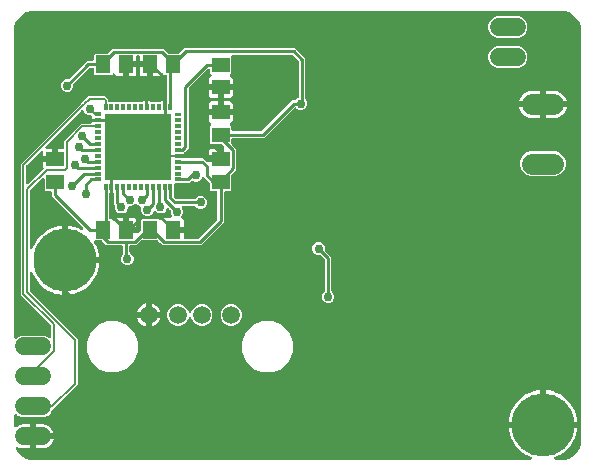
<source format=gbl>
G04 EAGLE Gerber RS-274X export*
G75*
%MOMM*%
%FSLAX34Y34*%
%LPD*%
%INBottom Copper*%
%IPPOS*%
%AMOC8*
5,1,8,0,0,1.08239X$1,22.5*%
G01*
%ADD10R,0.400000X0.200000*%
%ADD11R,5.600000X5.600000*%
%ADD12R,0.550000X0.300000*%
%ADD13R,0.300000X0.550000*%
%ADD14C,1.524000*%
%ADD15R,1.300000X1.500000*%
%ADD16R,1.500000X1.300000*%
%ADD17C,1.790700*%
%ADD18C,5.334000*%
%ADD19C,1.508000*%
%ADD20C,0.254000*%
%ADD21C,0.152400*%
%ADD22C,0.756400*%
%ADD23C,0.406400*%

G36*
X447467Y10174D02*
X447467Y10174D01*
X447572Y10178D01*
X447625Y10194D01*
X447678Y10201D01*
X447776Y10239D01*
X447877Y10270D01*
X447924Y10298D01*
X447974Y10318D01*
X448059Y10379D01*
X448149Y10434D01*
X448188Y10473D01*
X448231Y10504D01*
X448299Y10585D01*
X448372Y10661D01*
X448400Y10708D01*
X448434Y10749D01*
X448479Y10845D01*
X448532Y10936D01*
X448547Y10988D01*
X448570Y11037D01*
X448590Y11140D01*
X448618Y11242D01*
X448619Y11296D01*
X448630Y11349D01*
X448623Y11454D01*
X448625Y11560D01*
X448613Y11613D01*
X448610Y11667D01*
X448577Y11767D01*
X448554Y11870D01*
X448529Y11918D01*
X448512Y11969D01*
X448456Y12058D01*
X448407Y12152D01*
X448371Y12192D01*
X448342Y12238D01*
X448265Y12310D01*
X448195Y12389D01*
X448150Y12419D01*
X448110Y12456D01*
X448018Y12507D01*
X447930Y12565D01*
X447851Y12599D01*
X447832Y12610D01*
X447817Y12613D01*
X447782Y12628D01*
X446804Y12970D01*
X443848Y14394D01*
X441070Y16139D01*
X438505Y18185D01*
X436185Y20505D01*
X434139Y23070D01*
X432394Y25848D01*
X430970Y28804D01*
X429887Y31901D01*
X429157Y35099D01*
X428891Y37461D01*
X456730Y37461D01*
X456848Y37476D01*
X456967Y37483D01*
X457005Y37496D01*
X457045Y37501D01*
X457156Y37544D01*
X457269Y37581D01*
X457303Y37603D01*
X457341Y37618D01*
X457437Y37688D01*
X457538Y37751D01*
X457566Y37781D01*
X457598Y37804D01*
X457674Y37896D01*
X457756Y37983D01*
X457775Y38018D01*
X457801Y38049D01*
X457852Y38157D01*
X457909Y38261D01*
X457920Y38301D01*
X457937Y38337D01*
X457959Y38454D01*
X457989Y38569D01*
X457993Y38630D01*
X457997Y38650D01*
X457995Y38670D01*
X457999Y38730D01*
X457999Y40001D01*
X458001Y40001D01*
X458001Y38730D01*
X458016Y38612D01*
X458023Y38493D01*
X458036Y38455D01*
X458041Y38414D01*
X458085Y38304D01*
X458121Y38191D01*
X458143Y38156D01*
X458158Y38119D01*
X458228Y38023D01*
X458291Y37922D01*
X458321Y37894D01*
X458345Y37861D01*
X458436Y37786D01*
X458523Y37704D01*
X458558Y37684D01*
X458590Y37659D01*
X458697Y37608D01*
X458802Y37550D01*
X458841Y37540D01*
X458877Y37523D01*
X458994Y37501D01*
X459109Y37471D01*
X459170Y37467D01*
X459190Y37463D01*
X459210Y37465D01*
X459270Y37461D01*
X487109Y37461D01*
X486843Y35099D01*
X486113Y31901D01*
X485030Y28804D01*
X483606Y25848D01*
X481861Y23070D01*
X479815Y20505D01*
X477495Y18185D01*
X474930Y16139D01*
X472152Y14394D01*
X469196Y12970D01*
X468218Y12628D01*
X468124Y12581D01*
X468026Y12542D01*
X467982Y12510D01*
X467933Y12486D01*
X467854Y12417D01*
X467769Y12356D01*
X467734Y12314D01*
X467693Y12278D01*
X467633Y12192D01*
X467566Y12111D01*
X467543Y12061D01*
X467512Y12017D01*
X467475Y11918D01*
X467430Y11823D01*
X467420Y11770D01*
X467401Y11719D01*
X467390Y11614D01*
X467370Y11510D01*
X467374Y11456D01*
X467368Y11402D01*
X467384Y11298D01*
X467390Y11193D01*
X467407Y11141D01*
X467415Y11088D01*
X467456Y10990D01*
X467488Y10891D01*
X467517Y10845D01*
X467538Y10795D01*
X467602Y10711D01*
X467658Y10622D01*
X467698Y10585D01*
X467731Y10541D01*
X467813Y10476D01*
X467890Y10404D01*
X467938Y10378D01*
X467980Y10344D01*
X468076Y10301D01*
X468168Y10250D01*
X468221Y10237D01*
X468271Y10215D01*
X468375Y10197D01*
X468476Y10171D01*
X468563Y10165D01*
X468584Y10162D01*
X468600Y10163D01*
X468637Y10161D01*
X475000Y10161D01*
X475021Y10163D01*
X475083Y10163D01*
X476854Y10280D01*
X476898Y10288D01*
X476942Y10288D01*
X477100Y10320D01*
X479304Y10911D01*
X479307Y10912D01*
X479309Y10912D01*
X479462Y10964D01*
X479566Y11007D01*
X479582Y11017D01*
X479601Y11022D01*
X479743Y11098D01*
X482419Y12737D01*
X482434Y12750D01*
X482451Y12758D01*
X482580Y12855D01*
X484966Y14893D01*
X484979Y14907D01*
X484995Y14918D01*
X485107Y15034D01*
X487145Y17420D01*
X487156Y17436D01*
X487170Y17449D01*
X487263Y17581D01*
X488902Y20257D01*
X488910Y20275D01*
X488922Y20290D01*
X488993Y20434D01*
X489036Y20538D01*
X489037Y20541D01*
X489038Y20543D01*
X489089Y20696D01*
X489680Y22900D01*
X489686Y22944D01*
X489700Y22986D01*
X489720Y23146D01*
X489779Y24042D01*
X489837Y24917D01*
X489835Y24938D01*
X489839Y25000D01*
X489839Y377269D01*
X489838Y377279D01*
X489839Y377288D01*
X489818Y377436D01*
X489799Y377585D01*
X489796Y377594D01*
X489795Y377603D01*
X489743Y377755D01*
X488993Y379566D01*
X488983Y379582D01*
X488978Y379601D01*
X488902Y379743D01*
X487263Y382419D01*
X487250Y382434D01*
X487242Y382451D01*
X487145Y382580D01*
X485107Y384966D01*
X485093Y384979D01*
X485082Y384995D01*
X484966Y385107D01*
X482580Y387145D01*
X482564Y387156D01*
X482551Y387170D01*
X482419Y387263D01*
X479743Y388902D01*
X479725Y388910D01*
X479710Y388922D01*
X479566Y388993D01*
X477755Y389743D01*
X477746Y389745D01*
X477738Y389750D01*
X477593Y389787D01*
X477448Y389827D01*
X477439Y389827D01*
X477430Y389829D01*
X477269Y389839D01*
X25000Y389839D01*
X24979Y389837D01*
X24917Y389837D01*
X23146Y389720D01*
X23102Y389712D01*
X23058Y389712D01*
X22900Y389680D01*
X20696Y389089D01*
X20693Y389088D01*
X20691Y389088D01*
X20539Y389036D01*
X20435Y388993D01*
X20418Y388983D01*
X20399Y388978D01*
X20257Y388902D01*
X17581Y387263D01*
X17566Y387250D01*
X17549Y387242D01*
X17420Y387145D01*
X15034Y385107D01*
X15021Y385093D01*
X15005Y385082D01*
X14893Y384966D01*
X12855Y382580D01*
X12844Y382564D01*
X12830Y382551D01*
X12737Y382419D01*
X11098Y379743D01*
X11090Y379725D01*
X11078Y379710D01*
X11007Y379566D01*
X10964Y379462D01*
X10963Y379459D01*
X10962Y379457D01*
X10911Y379304D01*
X10320Y377100D01*
X10314Y377056D01*
X10300Y377014D01*
X10280Y376854D01*
X10163Y375083D01*
X10165Y375062D01*
X10161Y375000D01*
X10161Y113878D01*
X10178Y113740D01*
X10191Y113601D01*
X10198Y113582D01*
X10201Y113562D01*
X10252Y113433D01*
X10299Y113302D01*
X10310Y113285D01*
X10318Y113266D01*
X10399Y113154D01*
X10477Y113039D01*
X10493Y113025D01*
X10504Y113009D01*
X10612Y112920D01*
X10716Y112828D01*
X10734Y112819D01*
X10749Y112806D01*
X10875Y112747D01*
X10999Y112684D01*
X11019Y112679D01*
X11037Y112671D01*
X11174Y112645D01*
X11309Y112614D01*
X11330Y112615D01*
X11349Y112611D01*
X11488Y112619D01*
X11627Y112624D01*
X11647Y112629D01*
X11667Y112631D01*
X11799Y112673D01*
X11933Y112712D01*
X11950Y112722D01*
X11969Y112729D01*
X12087Y112803D01*
X12207Y112874D01*
X12228Y112892D01*
X12238Y112899D01*
X12252Y112914D01*
X12327Y112980D01*
X13200Y113853D01*
X16561Y115245D01*
X35439Y115245D01*
X38800Y113853D01*
X39072Y113580D01*
X39182Y113495D01*
X39289Y113406D01*
X39308Y113398D01*
X39324Y113385D01*
X39451Y113330D01*
X39577Y113271D01*
X39597Y113267D01*
X39616Y113259D01*
X39753Y113237D01*
X39890Y113211D01*
X39910Y113212D01*
X39930Y113209D01*
X40069Y113222D01*
X40207Y113231D01*
X40226Y113237D01*
X40246Y113239D01*
X40378Y113286D01*
X40509Y113329D01*
X40526Y113339D01*
X40546Y113346D01*
X40661Y113424D01*
X40778Y113499D01*
X40792Y113514D01*
X40809Y113525D01*
X40901Y113629D01*
X40996Y113730D01*
X41006Y113748D01*
X41019Y113763D01*
X41083Y113887D01*
X41150Y114009D01*
X41155Y114028D01*
X41164Y114047D01*
X41194Y114182D01*
X41229Y114317D01*
X41231Y114345D01*
X41234Y114357D01*
X41233Y114377D01*
X41239Y114478D01*
X41239Y123740D01*
X41227Y123839D01*
X41224Y123938D01*
X41207Y123996D01*
X41199Y124056D01*
X41163Y124148D01*
X41135Y124243D01*
X41105Y124295D01*
X41082Y124352D01*
X41024Y124432D01*
X40974Y124517D01*
X40908Y124593D01*
X40896Y124609D01*
X40886Y124617D01*
X40868Y124638D01*
X15709Y149796D01*
X15709Y260972D01*
X17420Y262683D01*
X17421Y262683D01*
X66327Y311590D01*
X73024Y318287D01*
X86947Y318287D01*
X89787Y315447D01*
X89787Y314294D01*
X89802Y314176D01*
X89809Y314057D01*
X89822Y314019D01*
X89827Y313978D01*
X89870Y313868D01*
X89907Y313755D01*
X89929Y313720D01*
X89944Y313683D01*
X90013Y313587D01*
X90077Y313486D01*
X90107Y313458D01*
X90130Y313425D01*
X90222Y313349D01*
X90309Y313268D01*
X90344Y313248D01*
X90375Y313223D01*
X90483Y313172D01*
X90587Y313114D01*
X90627Y313104D01*
X90663Y313087D01*
X90780Y313065D01*
X90895Y313035D01*
X90955Y313031D01*
X90975Y313027D01*
X90996Y313029D01*
X91056Y313025D01*
X118406Y313025D01*
X118504Y313037D01*
X118603Y313040D01*
X118661Y313057D01*
X118721Y313065D01*
X118813Y313101D01*
X118909Y313129D01*
X118961Y313159D01*
X119017Y313182D01*
X119097Y313240D01*
X119183Y313290D01*
X119258Y313356D01*
X119274Y313368D01*
X119282Y313378D01*
X119303Y313396D01*
X119440Y313533D01*
X120019Y313868D01*
X120666Y314041D01*
X121231Y314041D01*
X121231Y308750D01*
X121246Y308632D01*
X121253Y308513D01*
X121265Y308475D01*
X121270Y308435D01*
X121314Y308324D01*
X121351Y308211D01*
X121373Y308177D01*
X121387Y308139D01*
X121457Y308043D01*
X121521Y307942D01*
X121551Y307914D01*
X121574Y307882D01*
X121666Y307806D01*
X121753Y307724D01*
X121788Y307705D01*
X121819Y307679D01*
X121927Y307628D01*
X122031Y307571D01*
X122070Y307561D01*
X122107Y307543D01*
X122224Y307521D01*
X122339Y307491D01*
X122399Y307487D01*
X122419Y307484D01*
X122420Y307484D01*
X122440Y307485D01*
X122500Y307481D01*
X122618Y307496D01*
X122737Y307503D01*
X122775Y307516D01*
X122816Y307521D01*
X122926Y307565D01*
X123040Y307601D01*
X123074Y307623D01*
X123111Y307638D01*
X123208Y307708D01*
X123308Y307772D01*
X123336Y307801D01*
X123369Y307825D01*
X123445Y307917D01*
X123526Y308003D01*
X123546Y308039D01*
X123572Y308070D01*
X123622Y308177D01*
X123680Y308282D01*
X123690Y308321D01*
X123707Y308357D01*
X123729Y308474D01*
X123759Y308590D01*
X123763Y308650D01*
X123767Y308670D01*
X123766Y308690D01*
X123769Y308750D01*
X123769Y314041D01*
X124334Y314041D01*
X124981Y313868D01*
X125560Y313533D01*
X125697Y313396D01*
X125775Y313336D01*
X125847Y313268D01*
X125900Y313239D01*
X125948Y313202D01*
X126039Y313162D01*
X126126Y313114D01*
X126184Y313099D01*
X126240Y313075D01*
X126338Y313060D01*
X126433Y313035D01*
X126533Y313029D01*
X126554Y313025D01*
X126566Y313027D01*
X126594Y313025D01*
X133406Y313025D01*
X133504Y313037D01*
X133603Y313040D01*
X133661Y313057D01*
X133721Y313065D01*
X133813Y313101D01*
X133909Y313129D01*
X133961Y313159D01*
X134017Y313182D01*
X134097Y313240D01*
X134183Y313290D01*
X134258Y313356D01*
X134274Y313368D01*
X134282Y313378D01*
X134303Y313396D01*
X134440Y313533D01*
X135019Y313868D01*
X135666Y314041D01*
X136231Y314041D01*
X136231Y308750D01*
X136246Y308632D01*
X136253Y308513D01*
X136265Y308475D01*
X136270Y308435D01*
X136314Y308324D01*
X136351Y308211D01*
X136373Y308177D01*
X136387Y308139D01*
X136457Y308043D01*
X136521Y307942D01*
X136551Y307914D01*
X136574Y307882D01*
X136666Y307806D01*
X136753Y307724D01*
X136788Y307705D01*
X136819Y307679D01*
X136927Y307628D01*
X137031Y307571D01*
X137070Y307561D01*
X137107Y307543D01*
X137224Y307521D01*
X137339Y307491D01*
X137399Y307487D01*
X137419Y307484D01*
X137420Y307484D01*
X137440Y307485D01*
X137500Y307481D01*
X137618Y307496D01*
X137737Y307503D01*
X137775Y307516D01*
X137816Y307521D01*
X137926Y307565D01*
X138040Y307601D01*
X138074Y307623D01*
X138111Y307638D01*
X138208Y307708D01*
X138308Y307772D01*
X138336Y307801D01*
X138369Y307825D01*
X138445Y307917D01*
X138526Y308003D01*
X138546Y308039D01*
X138572Y308070D01*
X138622Y308177D01*
X138680Y308282D01*
X138690Y308321D01*
X138707Y308357D01*
X138729Y308474D01*
X138759Y308590D01*
X138763Y308650D01*
X138767Y308670D01*
X138766Y308690D01*
X138769Y308750D01*
X138769Y314088D01*
X138862Y314124D01*
X138975Y314161D01*
X139010Y314183D01*
X139047Y314198D01*
X139143Y314267D01*
X139244Y314331D01*
X139272Y314361D01*
X139305Y314384D01*
X139381Y314476D01*
X139462Y314563D01*
X139482Y314598D01*
X139507Y314629D01*
X139558Y314737D01*
X139616Y314841D01*
X139626Y314881D01*
X139643Y314917D01*
X139665Y315034D01*
X139695Y315149D01*
X139699Y315209D01*
X139703Y315229D01*
X139701Y315250D01*
X139705Y315310D01*
X139705Y334706D01*
X139690Y334824D01*
X139683Y334943D01*
X139670Y334981D01*
X139665Y335022D01*
X139622Y335132D01*
X139585Y335245D01*
X139563Y335280D01*
X139548Y335317D01*
X139479Y335413D01*
X139415Y335514D01*
X139385Y335542D01*
X139362Y335575D01*
X139270Y335651D01*
X139183Y335732D01*
X139148Y335752D01*
X139117Y335777D01*
X139009Y335828D01*
X138905Y335886D01*
X138865Y335896D01*
X138829Y335913D01*
X138712Y335935D01*
X138597Y335965D01*
X138537Y335969D01*
X138517Y335973D01*
X138496Y335971D01*
X138436Y335975D01*
X137368Y335975D01*
X136436Y336907D01*
X136337Y336984D01*
X136242Y337066D01*
X136212Y337081D01*
X136185Y337102D01*
X136070Y337152D01*
X135957Y337208D01*
X135924Y337215D01*
X135893Y337229D01*
X135769Y337248D01*
X135646Y337274D01*
X135613Y337273D01*
X135579Y337278D01*
X135454Y337267D01*
X135328Y337261D01*
X135296Y337252D01*
X135263Y337249D01*
X135144Y337206D01*
X135024Y337170D01*
X134995Y337152D01*
X134963Y337141D01*
X134859Y337070D01*
X134752Y337005D01*
X134728Y336981D01*
X134700Y336962D01*
X134617Y336868D01*
X134529Y336778D01*
X134502Y336738D01*
X134490Y336724D01*
X134480Y336705D01*
X134440Y336644D01*
X134033Y335940D01*
X133560Y335467D01*
X132981Y335132D01*
X132334Y334959D01*
X128039Y334959D01*
X128039Y343730D01*
X128024Y343848D01*
X128017Y343967D01*
X128004Y344005D01*
X127999Y344045D01*
X127955Y344156D01*
X127919Y344269D01*
X127897Y344304D01*
X127882Y344341D01*
X127812Y344437D01*
X127749Y344538D01*
X127719Y344566D01*
X127695Y344598D01*
X127604Y344674D01*
X127517Y344756D01*
X127482Y344775D01*
X127450Y344801D01*
X127343Y344852D01*
X127239Y344909D01*
X127199Y344920D01*
X127163Y344937D01*
X127046Y344959D01*
X126931Y344989D01*
X126870Y344993D01*
X126850Y344997D01*
X126830Y344995D01*
X126770Y344999D01*
X125499Y344999D01*
X125499Y346270D01*
X125484Y346388D01*
X125477Y346507D01*
X125464Y346545D01*
X125459Y346585D01*
X125415Y346696D01*
X125379Y346809D01*
X125357Y346844D01*
X125342Y346881D01*
X125272Y346977D01*
X125209Y347078D01*
X125179Y347106D01*
X125155Y347138D01*
X125064Y347214D01*
X124977Y347296D01*
X124942Y347315D01*
X124910Y347341D01*
X124803Y347392D01*
X124699Y347449D01*
X124659Y347460D01*
X124623Y347477D01*
X124506Y347499D01*
X124391Y347529D01*
X124330Y347533D01*
X124310Y347537D01*
X124290Y347535D01*
X124230Y347539D01*
X116459Y347539D01*
X116459Y351230D01*
X116444Y351348D01*
X116437Y351467D01*
X116424Y351505D01*
X116419Y351546D01*
X116376Y351656D01*
X116339Y351769D01*
X116317Y351804D01*
X116302Y351841D01*
X116233Y351937D01*
X116169Y352038D01*
X116139Y352066D01*
X116116Y352099D01*
X116024Y352175D01*
X115937Y352256D01*
X115902Y352276D01*
X115871Y352301D01*
X115763Y352352D01*
X115659Y352410D01*
X115619Y352420D01*
X115583Y352437D01*
X115466Y352459D01*
X115351Y352489D01*
X115291Y352493D01*
X115271Y352497D01*
X115250Y352495D01*
X115190Y352499D01*
X114810Y352499D01*
X114692Y352484D01*
X114573Y352477D01*
X114535Y352464D01*
X114494Y352459D01*
X114384Y352416D01*
X114271Y352379D01*
X114236Y352357D01*
X114199Y352342D01*
X114103Y352273D01*
X114002Y352209D01*
X113974Y352179D01*
X113941Y352156D01*
X113865Y352064D01*
X113784Y351977D01*
X113764Y351942D01*
X113739Y351911D01*
X113688Y351803D01*
X113630Y351699D01*
X113620Y351659D01*
X113603Y351623D01*
X113581Y351506D01*
X113551Y351391D01*
X113547Y351331D01*
X113543Y351311D01*
X113545Y351290D01*
X113541Y351230D01*
X113541Y347539D01*
X105770Y347539D01*
X105652Y347524D01*
X105533Y347517D01*
X105495Y347504D01*
X105455Y347499D01*
X105344Y347455D01*
X105231Y347419D01*
X105196Y347397D01*
X105159Y347382D01*
X105063Y347312D01*
X104962Y347249D01*
X104934Y347219D01*
X104902Y347195D01*
X104826Y347104D01*
X104744Y347017D01*
X104725Y346982D01*
X104699Y346950D01*
X104648Y346843D01*
X104591Y346739D01*
X104580Y346699D01*
X104563Y346663D01*
X104541Y346546D01*
X104511Y346431D01*
X104507Y346370D01*
X104503Y346350D01*
X104505Y346330D01*
X104501Y346270D01*
X104501Y344999D01*
X103230Y344999D01*
X103112Y344984D01*
X102993Y344977D01*
X102955Y344964D01*
X102915Y344959D01*
X102804Y344915D01*
X102691Y344879D01*
X102656Y344857D01*
X102619Y344842D01*
X102523Y344772D01*
X102422Y344709D01*
X102394Y344679D01*
X102361Y344655D01*
X102286Y344564D01*
X102204Y344477D01*
X102184Y344442D01*
X102159Y344410D01*
X102108Y344303D01*
X102050Y344199D01*
X102040Y344159D01*
X102023Y344123D01*
X102001Y344006D01*
X101971Y343891D01*
X101967Y343830D01*
X101963Y343810D01*
X101965Y343790D01*
X101961Y343730D01*
X101961Y334959D01*
X97666Y334959D01*
X97019Y335132D01*
X96440Y335467D01*
X95967Y335940D01*
X95560Y336644D01*
X95484Y336744D01*
X95414Y336848D01*
X95388Y336871D01*
X95368Y336898D01*
X95269Y336976D01*
X95175Y337059D01*
X95145Y337074D01*
X95119Y337095D01*
X95004Y337146D01*
X94892Y337204D01*
X94859Y337211D01*
X94828Y337225D01*
X94704Y337246D01*
X94582Y337273D01*
X94548Y337272D01*
X94515Y337278D01*
X94389Y337267D01*
X94264Y337264D01*
X94231Y337254D01*
X94198Y337251D01*
X94079Y337210D01*
X93958Y337175D01*
X93929Y337158D01*
X93897Y337147D01*
X93793Y337078D01*
X93684Y337014D01*
X93648Y336981D01*
X93632Y336971D01*
X93618Y336955D01*
X93564Y336907D01*
X92632Y335975D01*
X78368Y335975D01*
X77475Y336868D01*
X77475Y340936D01*
X77460Y341054D01*
X77453Y341173D01*
X77440Y341211D01*
X77435Y341252D01*
X77392Y341362D01*
X77355Y341475D01*
X77333Y341510D01*
X77318Y341547D01*
X77249Y341643D01*
X77185Y341744D01*
X77155Y341772D01*
X77132Y341805D01*
X77040Y341881D01*
X76953Y341962D01*
X76918Y341982D01*
X76887Y342007D01*
X76779Y342058D01*
X76675Y342116D01*
X76635Y342126D01*
X76599Y342143D01*
X76482Y342165D01*
X76367Y342195D01*
X76307Y342199D01*
X76287Y342203D01*
X76266Y342201D01*
X76206Y342205D01*
X74683Y342205D01*
X74585Y342193D01*
X74486Y342190D01*
X74428Y342173D01*
X74368Y342165D01*
X74276Y342129D01*
X74181Y342101D01*
X74128Y342071D01*
X74072Y342048D01*
X73992Y341990D01*
X73907Y341940D01*
X73831Y341874D01*
X73815Y341862D01*
X73807Y341852D01*
X73786Y341834D01*
X60678Y328726D01*
X60618Y328648D01*
X60550Y328576D01*
X60521Y328523D01*
X60484Y328475D01*
X60444Y328384D01*
X60396Y328297D01*
X60381Y328239D01*
X60357Y328183D01*
X60342Y328085D01*
X60317Y327989D01*
X60311Y327889D01*
X60307Y327869D01*
X60309Y327857D01*
X60307Y327829D01*
X60307Y325944D01*
X59499Y323994D01*
X58006Y322501D01*
X56056Y321693D01*
X53944Y321693D01*
X51994Y322501D01*
X50501Y323994D01*
X49693Y325944D01*
X49693Y328056D01*
X50501Y330006D01*
X51994Y331499D01*
X53944Y332307D01*
X55829Y332307D01*
X55927Y332319D01*
X56026Y332322D01*
X56084Y332339D01*
X56144Y332347D01*
X56236Y332383D01*
X56331Y332411D01*
X56384Y332441D01*
X56440Y332464D01*
X56520Y332522D01*
X56605Y332572D01*
X56681Y332638D01*
X56697Y332650D01*
X56705Y332660D01*
X56726Y332678D01*
X71842Y347795D01*
X76206Y347795D01*
X76324Y347810D01*
X76443Y347817D01*
X76481Y347830D01*
X76522Y347835D01*
X76632Y347878D01*
X76745Y347915D01*
X76780Y347937D01*
X76817Y347952D01*
X76913Y348021D01*
X77014Y348085D01*
X77042Y348115D01*
X77075Y348138D01*
X77151Y348230D01*
X77232Y348317D01*
X77252Y348352D01*
X77277Y348383D01*
X77328Y348491D01*
X77386Y348595D01*
X77396Y348635D01*
X77413Y348671D01*
X77435Y348788D01*
X77465Y348903D01*
X77469Y348963D01*
X77473Y348983D01*
X77471Y349004D01*
X77475Y349064D01*
X77475Y353132D01*
X78368Y354025D01*
X89095Y354025D01*
X89194Y354037D01*
X89293Y354040D01*
X89351Y354057D01*
X89411Y354065D01*
X89503Y354101D01*
X89598Y354129D01*
X89650Y354159D01*
X89707Y354182D01*
X89787Y354240D01*
X89872Y354290D01*
X89947Y354356D01*
X89964Y354368D01*
X89972Y354378D01*
X89993Y354396D01*
X93685Y358089D01*
X136364Y358089D01*
X140056Y354396D01*
X140134Y354336D01*
X140206Y354268D01*
X140259Y354239D01*
X140307Y354202D01*
X140398Y354162D01*
X140485Y354114D01*
X140543Y354099D01*
X140599Y354075D01*
X140697Y354060D01*
X140793Y354035D01*
X140893Y354029D01*
X140913Y354025D01*
X140925Y354027D01*
X140953Y354025D01*
X149047Y354025D01*
X149145Y354037D01*
X149244Y354040D01*
X149302Y354057D01*
X149362Y354065D01*
X149454Y354101D01*
X149549Y354129D01*
X149602Y354159D01*
X149658Y354182D01*
X149738Y354240D01*
X149823Y354290D01*
X149899Y354356D01*
X149915Y354368D01*
X149923Y354378D01*
X149944Y354396D01*
X154342Y358795D01*
X248158Y358795D01*
X256795Y350158D01*
X256795Y315736D01*
X256807Y315638D01*
X256810Y315539D01*
X256827Y315480D01*
X256835Y315420D01*
X256871Y315328D01*
X256899Y315233D01*
X256929Y315181D01*
X256952Y315125D01*
X257010Y315045D01*
X257060Y314959D01*
X257126Y314884D01*
X257138Y314867D01*
X257148Y314860D01*
X257166Y314838D01*
X257249Y314756D01*
X258057Y312806D01*
X258057Y310694D01*
X257249Y308744D01*
X255756Y307251D01*
X253806Y306443D01*
X251694Y306443D01*
X249744Y307251D01*
X248871Y308124D01*
X248777Y308197D01*
X248688Y308276D01*
X248652Y308294D01*
X248620Y308319D01*
X248511Y308366D01*
X248405Y308420D01*
X248365Y308429D01*
X248328Y308445D01*
X248210Y308464D01*
X248094Y308490D01*
X248054Y308489D01*
X248014Y308495D01*
X247895Y308484D01*
X247777Y308480D01*
X247738Y308469D01*
X247697Y308465D01*
X247585Y308425D01*
X247471Y308392D01*
X247436Y308371D01*
X247398Y308358D01*
X247300Y308291D01*
X247197Y308230D01*
X247152Y308190D01*
X247135Y308179D01*
X247122Y308164D01*
X247076Y308124D01*
X221658Y282705D01*
X195294Y282705D01*
X195176Y282690D01*
X195057Y282683D01*
X195019Y282670D01*
X194978Y282665D01*
X194868Y282622D01*
X194755Y282585D01*
X194720Y282563D01*
X194683Y282548D01*
X194587Y282479D01*
X194486Y282415D01*
X194458Y282385D01*
X194425Y282362D01*
X194349Y282270D01*
X194268Y282183D01*
X194248Y282148D01*
X194223Y282117D01*
X194172Y282009D01*
X194114Y281905D01*
X194104Y281865D01*
X194087Y281829D01*
X194065Y281712D01*
X194035Y281597D01*
X194031Y281537D01*
X194027Y281517D01*
X194029Y281496D01*
X194025Y281436D01*
X194025Y277905D01*
X194037Y277806D01*
X194040Y277707D01*
X194057Y277649D01*
X194065Y277589D01*
X194101Y277497D01*
X194129Y277402D01*
X194159Y277350D01*
X194182Y277293D01*
X194240Y277213D01*
X194290Y277128D01*
X194356Y277053D01*
X194368Y277036D01*
X194378Y277028D01*
X194396Y277007D01*
X196080Y275324D01*
X198089Y273315D01*
X198089Y255685D01*
X196080Y253676D01*
X194396Y251993D01*
X194336Y251915D01*
X194268Y251842D01*
X194239Y251789D01*
X194202Y251742D01*
X194162Y251651D01*
X194114Y251564D01*
X194099Y251505D01*
X194075Y251450D01*
X194060Y251352D01*
X194035Y251256D01*
X194029Y251156D01*
X194025Y251136D01*
X194027Y251123D01*
X194025Y251095D01*
X194025Y238368D01*
X193132Y237475D01*
X189064Y237475D01*
X188946Y237460D01*
X188827Y237453D01*
X188789Y237440D01*
X188748Y237435D01*
X188638Y237392D01*
X188525Y237355D01*
X188490Y237333D01*
X188453Y237318D01*
X188357Y237249D01*
X188256Y237185D01*
X188228Y237155D01*
X188195Y237132D01*
X188119Y237040D01*
X188038Y236953D01*
X188018Y236918D01*
X187993Y236887D01*
X187942Y236779D01*
X187884Y236675D01*
X187874Y236635D01*
X187857Y236599D01*
X187835Y236482D01*
X187805Y236367D01*
X187801Y236307D01*
X187797Y236287D01*
X187799Y236266D01*
X187795Y236206D01*
X187795Y210842D01*
X168594Y191641D01*
X135955Y191641D01*
X133946Y193650D01*
X131993Y195604D01*
X131915Y195664D01*
X131842Y195732D01*
X131789Y195761D01*
X131742Y195798D01*
X131651Y195838D01*
X131564Y195886D01*
X131505Y195901D01*
X131450Y195925D01*
X131352Y195940D01*
X131256Y195965D01*
X131156Y195971D01*
X131136Y195975D01*
X131123Y195973D01*
X131095Y195975D01*
X117905Y195975D01*
X117806Y195963D01*
X117707Y195960D01*
X117649Y195943D01*
X117589Y195935D01*
X117497Y195899D01*
X117402Y195871D01*
X117350Y195841D01*
X117293Y195818D01*
X117213Y195760D01*
X117128Y195710D01*
X117053Y195644D01*
X117036Y195632D01*
X117028Y195622D01*
X117007Y195604D01*
X113315Y191911D01*
X109064Y191911D01*
X108946Y191896D01*
X108827Y191889D01*
X108789Y191876D01*
X108748Y191871D01*
X108638Y191828D01*
X108525Y191791D01*
X108490Y191769D01*
X108453Y191754D01*
X108357Y191685D01*
X108256Y191621D01*
X108228Y191591D01*
X108195Y191568D01*
X108119Y191476D01*
X108038Y191389D01*
X108018Y191354D01*
X107993Y191323D01*
X107942Y191215D01*
X107884Y191111D01*
X107874Y191071D01*
X107857Y191035D01*
X107835Y190918D01*
X107805Y190803D01*
X107801Y190743D01*
X107797Y190723D01*
X107799Y190702D01*
X107795Y190642D01*
X107795Y185849D01*
X107798Y185819D01*
X107796Y185790D01*
X107818Y185662D01*
X107835Y185533D01*
X107845Y185506D01*
X107851Y185477D01*
X107904Y185358D01*
X107952Y185237D01*
X107969Y185214D01*
X107981Y185187D01*
X108062Y185085D01*
X108138Y184980D01*
X108161Y184961D01*
X108180Y184938D01*
X108283Y184860D01*
X108383Y184777D01*
X108410Y184765D01*
X108434Y184747D01*
X108578Y184676D01*
X109006Y184499D01*
X110499Y183006D01*
X111307Y181056D01*
X111307Y178944D01*
X110499Y176994D01*
X109006Y175501D01*
X107056Y174693D01*
X104944Y174693D01*
X102994Y175501D01*
X101501Y176994D01*
X100693Y178944D01*
X100693Y181056D01*
X101501Y183006D01*
X101834Y183338D01*
X101894Y183417D01*
X101962Y183489D01*
X101991Y183542D01*
X102028Y183590D01*
X102068Y183681D01*
X102116Y183767D01*
X102131Y183826D01*
X102155Y183882D01*
X102170Y183979D01*
X102195Y184075D01*
X102201Y184175D01*
X102205Y184196D01*
X102203Y184208D01*
X102205Y184236D01*
X102205Y190642D01*
X102190Y190760D01*
X102183Y190879D01*
X102170Y190917D01*
X102165Y190958D01*
X102122Y191068D01*
X102085Y191181D01*
X102063Y191216D01*
X102048Y191253D01*
X101979Y191349D01*
X101915Y191450D01*
X101885Y191478D01*
X101862Y191511D01*
X101770Y191587D01*
X101683Y191668D01*
X101648Y191688D01*
X101617Y191713D01*
X101509Y191764D01*
X101405Y191822D01*
X101365Y191832D01*
X101329Y191849D01*
X101212Y191871D01*
X101097Y191901D01*
X101037Y191905D01*
X101017Y191909D01*
X100996Y191907D01*
X100936Y191911D01*
X88136Y191911D01*
X84444Y195604D01*
X84366Y195664D01*
X84294Y195732D01*
X84241Y195761D01*
X84193Y195798D01*
X84102Y195838D01*
X84015Y195886D01*
X83957Y195901D01*
X83901Y195925D01*
X83803Y195940D01*
X83707Y195965D01*
X83607Y195971D01*
X83587Y195975D01*
X83575Y195973D01*
X83547Y195975D01*
X79129Y195975D01*
X78976Y195956D01*
X78819Y195937D01*
X78816Y195936D01*
X78813Y195935D01*
X78668Y195878D01*
X78523Y195821D01*
X78520Y195820D01*
X78518Y195818D01*
X78390Y195726D01*
X78265Y195636D01*
X78263Y195633D01*
X78260Y195632D01*
X78160Y195510D01*
X78061Y195392D01*
X78059Y195389D01*
X78057Y195387D01*
X77992Y195248D01*
X77924Y195105D01*
X77923Y195102D01*
X77922Y195099D01*
X77892Y194943D01*
X77862Y194793D01*
X77863Y194790D01*
X77862Y194787D01*
X77872Y194633D01*
X77881Y194475D01*
X77882Y194472D01*
X77882Y194469D01*
X77929Y194322D01*
X77977Y194172D01*
X77979Y194169D01*
X77980Y194167D01*
X77983Y194162D01*
X78054Y194031D01*
X78606Y193152D01*
X80030Y190196D01*
X81113Y187099D01*
X81843Y183901D01*
X82109Y181539D01*
X55539Y181539D01*
X55539Y208109D01*
X57901Y207843D01*
X61099Y207113D01*
X64196Y206030D01*
X66767Y204792D01*
X66866Y204758D01*
X66963Y204717D01*
X67017Y204708D01*
X67068Y204691D01*
X67173Y204683D01*
X67277Y204667D01*
X67331Y204672D01*
X67385Y204668D01*
X67489Y204687D01*
X67594Y204697D01*
X67645Y204715D01*
X67698Y204725D01*
X67794Y204768D01*
X67893Y204804D01*
X67938Y204835D01*
X67987Y204857D01*
X68069Y204924D01*
X68156Y204983D01*
X68192Y205024D01*
X68234Y205058D01*
X68297Y205142D01*
X68367Y205221D01*
X68391Y205270D01*
X68424Y205313D01*
X68463Y205411D01*
X68511Y205504D01*
X68523Y205557D01*
X68544Y205608D01*
X68558Y205712D01*
X68581Y205815D01*
X68579Y205869D01*
X68587Y205923D01*
X68574Y206027D01*
X68571Y206133D01*
X68556Y206185D01*
X68550Y206239D01*
X68512Y206337D01*
X68483Y206438D01*
X68455Y206485D01*
X68436Y206536D01*
X68375Y206621D01*
X68321Y206712D01*
X68264Y206777D01*
X68251Y206795D01*
X68240Y206805D01*
X68215Y206833D01*
X42205Y232842D01*
X42205Y236206D01*
X42190Y236324D01*
X42183Y236443D01*
X42170Y236481D01*
X42165Y236522D01*
X42122Y236632D01*
X42085Y236745D01*
X42063Y236780D01*
X42048Y236817D01*
X41979Y236913D01*
X41915Y237014D01*
X41885Y237042D01*
X41862Y237075D01*
X41770Y237151D01*
X41683Y237232D01*
X41648Y237252D01*
X41617Y237277D01*
X41509Y237328D01*
X41405Y237386D01*
X41365Y237396D01*
X41329Y237413D01*
X41212Y237435D01*
X41097Y237465D01*
X41037Y237469D01*
X41017Y237473D01*
X40996Y237471D01*
X40936Y237475D01*
X36868Y237475D01*
X35975Y238368D01*
X35975Y247677D01*
X35958Y247815D01*
X35945Y247953D01*
X35938Y247973D01*
X35935Y247993D01*
X35884Y248122D01*
X35837Y248253D01*
X35826Y248270D01*
X35818Y248288D01*
X35737Y248400D01*
X35659Y248516D01*
X35643Y248529D01*
X35632Y248546D01*
X35524Y248634D01*
X35420Y248726D01*
X35402Y248736D01*
X35387Y248748D01*
X35261Y248808D01*
X35137Y248871D01*
X35117Y248875D01*
X35099Y248884D01*
X34963Y248910D01*
X34827Y248941D01*
X34806Y248940D01*
X34787Y248944D01*
X34648Y248935D01*
X34509Y248931D01*
X34489Y248925D01*
X34469Y248924D01*
X34337Y248881D01*
X34203Y248843D01*
X34186Y248832D01*
X34167Y248826D01*
X34049Y248751D01*
X33929Y248681D01*
X33908Y248662D01*
X33898Y248656D01*
X33884Y248641D01*
X33809Y248575D01*
X23702Y238469D01*
X23642Y238390D01*
X23574Y238318D01*
X23545Y238265D01*
X23508Y238217D01*
X23468Y238126D01*
X23420Y238040D01*
X23405Y237981D01*
X23381Y237925D01*
X23366Y237827D01*
X23341Y237732D01*
X23335Y237632D01*
X23331Y237611D01*
X23333Y237599D01*
X23331Y237571D01*
X23331Y190123D01*
X23344Y190018D01*
X23348Y189913D01*
X23364Y189861D01*
X23371Y189807D01*
X23409Y189710D01*
X23440Y189609D01*
X23468Y189562D01*
X23488Y189512D01*
X23549Y189427D01*
X23604Y189336D01*
X23643Y189298D01*
X23674Y189254D01*
X23756Y189187D01*
X23831Y189113D01*
X23878Y189086D01*
X23919Y189052D01*
X24015Y189007D01*
X24106Y188954D01*
X24158Y188939D01*
X24207Y188916D01*
X24310Y188896D01*
X24412Y188868D01*
X24466Y188866D01*
X24519Y188856D01*
X24625Y188863D01*
X24730Y188860D01*
X24783Y188873D01*
X24837Y188876D01*
X24937Y188908D01*
X25040Y188932D01*
X25088Y188957D01*
X25139Y188974D01*
X25228Y189030D01*
X25322Y189079D01*
X25362Y189115D01*
X25408Y189144D01*
X25480Y189221D01*
X25559Y189291D01*
X25589Y189336D01*
X25626Y189376D01*
X25677Y189468D01*
X25735Y189555D01*
X25769Y189635D01*
X25780Y189654D01*
X25783Y189669D01*
X25798Y189704D01*
X25970Y190196D01*
X27394Y193152D01*
X29139Y195930D01*
X31185Y198495D01*
X33505Y200815D01*
X36070Y202861D01*
X38848Y204606D01*
X41804Y206030D01*
X44901Y207113D01*
X48099Y207843D01*
X50461Y208109D01*
X50461Y180270D01*
X50476Y180152D01*
X50483Y180033D01*
X50496Y179995D01*
X50501Y179955D01*
X50544Y179844D01*
X50581Y179731D01*
X50603Y179697D01*
X50618Y179659D01*
X50688Y179563D01*
X50751Y179462D01*
X50781Y179434D01*
X50804Y179402D01*
X50896Y179326D01*
X50983Y179244D01*
X51018Y179225D01*
X51049Y179199D01*
X51157Y179148D01*
X51261Y179091D01*
X51301Y179080D01*
X51337Y179063D01*
X51454Y179041D01*
X51569Y179011D01*
X51630Y179007D01*
X51650Y179003D01*
X51670Y179005D01*
X51730Y179001D01*
X53001Y179001D01*
X53001Y178999D01*
X51730Y178999D01*
X51612Y178984D01*
X51493Y178977D01*
X51455Y178964D01*
X51414Y178959D01*
X51304Y178915D01*
X51191Y178879D01*
X51156Y178857D01*
X51119Y178842D01*
X51023Y178772D01*
X50922Y178709D01*
X50894Y178679D01*
X50861Y178655D01*
X50786Y178564D01*
X50704Y178477D01*
X50684Y178442D01*
X50659Y178410D01*
X50608Y178303D01*
X50550Y178198D01*
X50540Y178159D01*
X50523Y178123D01*
X50501Y178006D01*
X50471Y177891D01*
X50467Y177830D01*
X50463Y177810D01*
X50465Y177790D01*
X50464Y177788D01*
X50463Y177782D01*
X50464Y177776D01*
X50461Y177730D01*
X50461Y149891D01*
X48099Y150157D01*
X44901Y150887D01*
X41804Y151970D01*
X38848Y153394D01*
X36070Y155139D01*
X33505Y157185D01*
X31185Y159505D01*
X29139Y162070D01*
X27394Y164848D01*
X25970Y167804D01*
X25798Y168296D01*
X25751Y168390D01*
X25712Y168488D01*
X25680Y168532D01*
X25656Y168581D01*
X25587Y168660D01*
X25526Y168746D01*
X25484Y168780D01*
X25448Y168821D01*
X25362Y168881D01*
X25281Y168948D01*
X25231Y168972D01*
X25187Y169003D01*
X25088Y169039D01*
X24993Y169084D01*
X24940Y169094D01*
X24889Y169113D01*
X24784Y169124D01*
X24680Y169144D01*
X24626Y169140D01*
X24572Y169146D01*
X24468Y169131D01*
X24363Y169124D01*
X24311Y169107D01*
X24258Y169099D01*
X24161Y169058D01*
X24061Y169026D01*
X24015Y168997D01*
X23965Y168976D01*
X23881Y168912D01*
X23792Y168856D01*
X23755Y168816D01*
X23711Y168783D01*
X23646Y168701D01*
X23574Y168624D01*
X23548Y168577D01*
X23514Y168534D01*
X23471Y168438D01*
X23420Y168346D01*
X23407Y168293D01*
X23385Y168243D01*
X23367Y168140D01*
X23341Y168038D01*
X23335Y167951D01*
X23332Y167930D01*
X23333Y167915D01*
X23331Y167877D01*
X23331Y153479D01*
X23343Y153381D01*
X23346Y153282D01*
X23363Y153224D01*
X23371Y153163D01*
X23407Y153071D01*
X23435Y152976D01*
X23465Y152924D01*
X23488Y152868D01*
X23546Y152788D01*
X23596Y152702D01*
X23662Y152627D01*
X23674Y152610D01*
X23684Y152603D01*
X23702Y152581D01*
X63813Y112471D01*
X63813Y73650D01*
X43141Y52978D01*
X43104Y52973D01*
X43076Y52963D01*
X43047Y52958D01*
X42928Y52904D01*
X42808Y52856D01*
X42784Y52839D01*
X42757Y52827D01*
X42656Y52746D01*
X42551Y52670D01*
X42532Y52647D01*
X42509Y52628D01*
X42431Y52525D01*
X42348Y52425D01*
X42335Y52398D01*
X42317Y52374D01*
X42246Y52230D01*
X41373Y50120D01*
X38800Y47547D01*
X35439Y46155D01*
X16561Y46155D01*
X13200Y47547D01*
X12327Y48420D01*
X12218Y48505D01*
X12111Y48594D01*
X12092Y48603D01*
X12076Y48615D01*
X11949Y48670D01*
X11823Y48729D01*
X11803Y48733D01*
X11784Y48741D01*
X11646Y48763D01*
X11510Y48789D01*
X11490Y48788D01*
X11470Y48791D01*
X11331Y48778D01*
X11193Y48769D01*
X11174Y48763D01*
X11154Y48761D01*
X11022Y48714D01*
X10891Y48671D01*
X10873Y48661D01*
X10854Y48654D01*
X10739Y48576D01*
X10622Y48501D01*
X10608Y48486D01*
X10591Y48475D01*
X10499Y48371D01*
X10404Y48270D01*
X10394Y48252D01*
X10381Y48237D01*
X10318Y48113D01*
X10250Y47991D01*
X10245Y47971D01*
X10236Y47953D01*
X10206Y47818D01*
X10171Y47683D01*
X10169Y47655D01*
X10166Y47643D01*
X10167Y47623D01*
X10161Y47522D01*
X10161Y38979D01*
X10166Y38939D01*
X10163Y38900D01*
X10186Y38782D01*
X10201Y38663D01*
X10215Y38626D01*
X10223Y38587D01*
X10274Y38479D01*
X10318Y38368D01*
X10341Y38335D01*
X10358Y38299D01*
X10434Y38207D01*
X10504Y38110D01*
X10535Y38085D01*
X10560Y38054D01*
X10657Y37984D01*
X10749Y37907D01*
X10785Y37890D01*
X10818Y37867D01*
X10929Y37823D01*
X11037Y37772D01*
X11076Y37764D01*
X11113Y37750D01*
X11232Y37735D01*
X11349Y37712D01*
X11389Y37715D01*
X11429Y37709D01*
X11548Y37724D01*
X11667Y37732D01*
X11705Y37744D01*
X11744Y37749D01*
X11856Y37793D01*
X11969Y37830D01*
X12003Y37851D01*
X12040Y37866D01*
X12176Y37952D01*
X13055Y38590D01*
X14480Y39316D01*
X16001Y39811D01*
X17580Y40061D01*
X23461Y40061D01*
X23461Y31170D01*
X23476Y31052D01*
X23483Y30933D01*
X23496Y30895D01*
X23501Y30855D01*
X23544Y30744D01*
X23581Y30631D01*
X23603Y30597D01*
X23618Y30559D01*
X23688Y30463D01*
X23751Y30362D01*
X23781Y30334D01*
X23804Y30302D01*
X23896Y30226D01*
X23983Y30144D01*
X24018Y30125D01*
X24049Y30099D01*
X24157Y30048D01*
X24261Y29991D01*
X24301Y29980D01*
X24337Y29963D01*
X24454Y29941D01*
X24569Y29911D01*
X24630Y29907D01*
X24650Y29903D01*
X24670Y29905D01*
X24730Y29901D01*
X26001Y29901D01*
X26001Y29899D01*
X24730Y29899D01*
X24612Y29884D01*
X24493Y29877D01*
X24455Y29864D01*
X24414Y29859D01*
X24304Y29815D01*
X24191Y29779D01*
X24156Y29757D01*
X24119Y29742D01*
X24023Y29672D01*
X23922Y29609D01*
X23894Y29579D01*
X23861Y29555D01*
X23786Y29464D01*
X23704Y29377D01*
X23684Y29342D01*
X23659Y29310D01*
X23608Y29203D01*
X23550Y29098D01*
X23540Y29059D01*
X23523Y29023D01*
X23501Y28906D01*
X23471Y28791D01*
X23467Y28730D01*
X23463Y28710D01*
X23465Y28690D01*
X23461Y28630D01*
X23461Y19739D01*
X17580Y19739D01*
X16001Y19989D01*
X14480Y20484D01*
X13370Y21049D01*
X13248Y21093D01*
X13129Y21142D01*
X13099Y21146D01*
X13071Y21157D01*
X12942Y21169D01*
X12814Y21187D01*
X12784Y21184D01*
X12754Y21187D01*
X12627Y21167D01*
X12498Y21152D01*
X12470Y21142D01*
X12440Y21137D01*
X12322Y21086D01*
X12201Y21040D01*
X12176Y21023D01*
X12148Y21011D01*
X12046Y20932D01*
X11940Y20857D01*
X11921Y20834D01*
X11897Y20816D01*
X11818Y20714D01*
X11734Y20616D01*
X11720Y20589D01*
X11702Y20565D01*
X11650Y20446D01*
X11594Y20330D01*
X11587Y20301D01*
X11575Y20273D01*
X11555Y20145D01*
X11529Y20019D01*
X11530Y19989D01*
X11525Y19959D01*
X11537Y19830D01*
X11543Y19701D01*
X11552Y19672D01*
X11555Y19642D01*
X11599Y19521D01*
X11636Y19397D01*
X11657Y19359D01*
X11662Y19343D01*
X11675Y19325D01*
X11712Y19255D01*
X12737Y17581D01*
X12750Y17566D01*
X12758Y17549D01*
X12855Y17420D01*
X14893Y15034D01*
X14907Y15021D01*
X14918Y15005D01*
X15034Y14893D01*
X17420Y12855D01*
X17436Y12844D01*
X17449Y12830D01*
X17581Y12737D01*
X20257Y11098D01*
X20274Y11090D01*
X20290Y11078D01*
X20434Y11007D01*
X20538Y10964D01*
X20541Y10964D01*
X20543Y10962D01*
X20696Y10911D01*
X22900Y10320D01*
X22944Y10314D01*
X22986Y10300D01*
X23146Y10280D01*
X24917Y10163D01*
X24938Y10165D01*
X25000Y10161D01*
X447363Y10161D01*
X447467Y10174D01*
G37*
G36*
X183848Y261976D02*
X183848Y261976D01*
X183967Y261983D01*
X184005Y261996D01*
X184045Y262001D01*
X184156Y262044D01*
X184269Y262081D01*
X184304Y262103D01*
X184341Y262118D01*
X184437Y262188D01*
X184538Y262251D01*
X184566Y262281D01*
X184598Y262305D01*
X184674Y262396D01*
X184756Y262483D01*
X184775Y262518D01*
X184801Y262549D01*
X184852Y262657D01*
X184909Y262761D01*
X184920Y262801D01*
X184937Y262837D01*
X184959Y262954D01*
X184989Y263069D01*
X184993Y263130D01*
X184997Y263150D01*
X184995Y263170D01*
X184999Y263230D01*
X184999Y264501D01*
X186270Y264501D01*
X186388Y264516D01*
X186507Y264523D01*
X186545Y264536D01*
X186585Y264541D01*
X186696Y264585D01*
X186809Y264621D01*
X186844Y264643D01*
X186881Y264658D01*
X186977Y264728D01*
X187078Y264791D01*
X187106Y264821D01*
X187138Y264845D01*
X187214Y264936D01*
X187296Y265023D01*
X187315Y265058D01*
X187341Y265090D01*
X187392Y265197D01*
X187449Y265301D01*
X187460Y265341D01*
X187477Y265377D01*
X187499Y265494D01*
X187529Y265609D01*
X187533Y265670D01*
X187537Y265690D01*
X187535Y265710D01*
X187539Y265770D01*
X187539Y273722D01*
X187618Y273779D01*
X187733Y273857D01*
X187746Y273873D01*
X187763Y273884D01*
X187851Y273992D01*
X187943Y274096D01*
X187952Y274114D01*
X187965Y274129D01*
X188025Y274255D01*
X188088Y274379D01*
X188092Y274399D01*
X188101Y274417D01*
X188127Y274554D01*
X188158Y274689D01*
X188157Y274710D01*
X188161Y274729D01*
X188152Y274868D01*
X188148Y275007D01*
X188142Y275027D01*
X188141Y275047D01*
X188098Y275179D01*
X188059Y275313D01*
X188049Y275330D01*
X188043Y275349D01*
X187969Y275467D01*
X187898Y275587D01*
X187879Y275608D01*
X187873Y275618D01*
X187858Y275632D01*
X187792Y275707D01*
X186395Y277104D01*
X186317Y277164D01*
X186245Y277232D01*
X186192Y277261D01*
X186144Y277298D01*
X186053Y277338D01*
X185967Y277386D01*
X185908Y277401D01*
X185852Y277425D01*
X185754Y277440D01*
X185659Y277465D01*
X185559Y277471D01*
X185538Y277475D01*
X185526Y277473D01*
X185498Y277475D01*
X176868Y277475D01*
X175975Y278368D01*
X175975Y292632D01*
X176907Y293564D01*
X176984Y293663D01*
X177067Y293758D01*
X177082Y293788D01*
X177102Y293815D01*
X177152Y293930D01*
X177208Y294043D01*
X177215Y294076D01*
X177229Y294107D01*
X177248Y294231D01*
X177274Y294354D01*
X177273Y294387D01*
X177278Y294421D01*
X177267Y294546D01*
X177261Y294672D01*
X177252Y294704D01*
X177249Y294737D01*
X177206Y294856D01*
X177170Y294976D01*
X177152Y295005D01*
X177141Y295037D01*
X177070Y295141D01*
X177005Y295248D01*
X176981Y295272D01*
X176962Y295300D01*
X176868Y295383D01*
X176778Y295471D01*
X176738Y295498D01*
X176724Y295510D01*
X176705Y295520D01*
X176644Y295560D01*
X175940Y295967D01*
X175467Y296440D01*
X175132Y297019D01*
X174959Y297666D01*
X174959Y301961D01*
X183730Y301961D01*
X183848Y301976D01*
X183967Y301983D01*
X184005Y301996D01*
X184045Y302001D01*
X184156Y302044D01*
X184269Y302081D01*
X184304Y302103D01*
X184341Y302118D01*
X184437Y302188D01*
X184538Y302251D01*
X184566Y302281D01*
X184598Y302305D01*
X184674Y302396D01*
X184756Y302483D01*
X184775Y302518D01*
X184801Y302549D01*
X184852Y302657D01*
X184909Y302761D01*
X184920Y302801D01*
X184937Y302837D01*
X184959Y302954D01*
X184989Y303069D01*
X184993Y303130D01*
X184997Y303150D01*
X184995Y303170D01*
X184999Y303230D01*
X184999Y304501D01*
X185001Y304501D01*
X185001Y303230D01*
X185016Y303112D01*
X185023Y302993D01*
X185036Y302955D01*
X185041Y302915D01*
X185085Y302804D01*
X185121Y302691D01*
X185143Y302656D01*
X185158Y302619D01*
X185228Y302523D01*
X185291Y302422D01*
X185321Y302394D01*
X185345Y302361D01*
X185436Y302286D01*
X185523Y302204D01*
X185558Y302184D01*
X185590Y302159D01*
X185697Y302108D01*
X185801Y302050D01*
X185841Y302040D01*
X185877Y302023D01*
X185994Y302001D01*
X186109Y301971D01*
X186170Y301967D01*
X186190Y301963D01*
X186210Y301965D01*
X186270Y301961D01*
X195041Y301961D01*
X195041Y297666D01*
X194868Y297019D01*
X194533Y296440D01*
X194060Y295967D01*
X193356Y295560D01*
X193256Y295484D01*
X193151Y295414D01*
X193129Y295388D01*
X193102Y295368D01*
X193024Y295270D01*
X192941Y295175D01*
X192926Y295145D01*
X192905Y295119D01*
X192854Y295004D01*
X192796Y294892D01*
X192789Y294859D01*
X192775Y294828D01*
X192754Y294704D01*
X192727Y294582D01*
X192728Y294548D01*
X192722Y294515D01*
X192733Y294389D01*
X192736Y294264D01*
X192746Y294231D01*
X192749Y294198D01*
X192790Y294079D01*
X192825Y293958D01*
X192842Y293929D01*
X192853Y293897D01*
X192923Y293793D01*
X192986Y293684D01*
X193019Y293648D01*
X193029Y293632D01*
X193045Y293618D01*
X193093Y293564D01*
X194025Y292632D01*
X194025Y289564D01*
X194040Y289446D01*
X194047Y289327D01*
X194060Y289289D01*
X194065Y289248D01*
X194108Y289138D01*
X194145Y289025D01*
X194167Y288990D01*
X194182Y288953D01*
X194252Y288856D01*
X194315Y288756D01*
X194345Y288728D01*
X194368Y288695D01*
X194460Y288619D01*
X194547Y288538D01*
X194582Y288518D01*
X194613Y288493D01*
X194721Y288442D01*
X194825Y288384D01*
X194865Y288374D01*
X194901Y288357D01*
X195018Y288335D01*
X195133Y288305D01*
X195193Y288301D01*
X195213Y288297D01*
X195234Y288299D01*
X195294Y288295D01*
X218817Y288295D01*
X218915Y288307D01*
X219014Y288310D01*
X219072Y288327D01*
X219132Y288335D01*
X219224Y288371D01*
X219319Y288399D01*
X219372Y288429D01*
X219428Y288452D01*
X219508Y288510D01*
X219593Y288560D01*
X219669Y288626D01*
X219685Y288638D01*
X219693Y288648D01*
X219714Y288666D01*
X245592Y314545D01*
X247514Y314545D01*
X247612Y314557D01*
X247711Y314560D01*
X247770Y314577D01*
X247830Y314585D01*
X247922Y314621D01*
X248017Y314649D01*
X248069Y314679D01*
X248125Y314702D01*
X248205Y314760D01*
X248291Y314810D01*
X248366Y314876D01*
X248383Y314888D01*
X248390Y314898D01*
X248412Y314916D01*
X249744Y316249D01*
X250422Y316530D01*
X250447Y316544D01*
X250475Y316553D01*
X250585Y316623D01*
X250698Y316687D01*
X250719Y316708D01*
X250744Y316723D01*
X250833Y316818D01*
X250926Y316908D01*
X250942Y316934D01*
X250962Y316955D01*
X251025Y317069D01*
X251093Y317180D01*
X251101Y317208D01*
X251116Y317234D01*
X251148Y317359D01*
X251186Y317483D01*
X251188Y317513D01*
X251195Y317542D01*
X251205Y317702D01*
X251205Y347317D01*
X251193Y347415D01*
X251190Y347514D01*
X251173Y347572D01*
X251165Y347632D01*
X251129Y347724D01*
X251101Y347819D01*
X251071Y347872D01*
X251048Y347928D01*
X250990Y348008D01*
X250940Y348093D01*
X250874Y348169D01*
X250862Y348185D01*
X250852Y348193D01*
X250834Y348214D01*
X246214Y352834D01*
X246136Y352894D01*
X246064Y352962D01*
X246011Y352991D01*
X245963Y353028D01*
X245872Y353068D01*
X245785Y353116D01*
X245727Y353131D01*
X245671Y353155D01*
X245573Y353170D01*
X245477Y353195D01*
X245377Y353201D01*
X245357Y353205D01*
X245345Y353203D01*
X245317Y353205D01*
X195294Y353205D01*
X195176Y353190D01*
X195057Y353183D01*
X195019Y353170D01*
X194978Y353165D01*
X194868Y353122D01*
X194755Y353085D01*
X194720Y353063D01*
X194683Y353048D01*
X194587Y352979D01*
X194486Y352915D01*
X194458Y352885D01*
X194425Y352862D01*
X194349Y352770D01*
X194268Y352683D01*
X194248Y352648D01*
X194223Y352617D01*
X194172Y352509D01*
X194114Y352405D01*
X194104Y352365D01*
X194087Y352329D01*
X194065Y352212D01*
X194035Y352097D01*
X194031Y352037D01*
X194027Y352017D01*
X194029Y351996D01*
X194025Y351936D01*
X194025Y337368D01*
X193093Y336436D01*
X193016Y336337D01*
X192934Y336242D01*
X192919Y336212D01*
X192898Y336185D01*
X192848Y336070D01*
X192792Y335957D01*
X192785Y335924D01*
X192771Y335893D01*
X192752Y335769D01*
X192726Y335646D01*
X192727Y335613D01*
X192722Y335579D01*
X192733Y335454D01*
X192739Y335328D01*
X192748Y335296D01*
X192751Y335263D01*
X192794Y335144D01*
X192830Y335024D01*
X192848Y334995D01*
X192859Y334963D01*
X192930Y334859D01*
X192995Y334752D01*
X193019Y334728D01*
X193038Y334700D01*
X193132Y334617D01*
X193222Y334529D01*
X193262Y334502D01*
X193276Y334490D01*
X193295Y334480D01*
X193356Y334440D01*
X194060Y334033D01*
X194533Y333560D01*
X194868Y332981D01*
X195041Y332334D01*
X195041Y328039D01*
X186270Y328039D01*
X186152Y328024D01*
X186033Y328017D01*
X185995Y328004D01*
X185955Y327999D01*
X185844Y327955D01*
X185731Y327919D01*
X185696Y327897D01*
X185659Y327882D01*
X185563Y327812D01*
X185462Y327749D01*
X185434Y327719D01*
X185402Y327695D01*
X185326Y327604D01*
X185244Y327517D01*
X185225Y327482D01*
X185199Y327450D01*
X185148Y327343D01*
X185091Y327239D01*
X185080Y327199D01*
X185063Y327163D01*
X185041Y327046D01*
X185011Y326931D01*
X185007Y326870D01*
X185003Y326850D01*
X185005Y326830D01*
X185001Y326770D01*
X185001Y325499D01*
X184999Y325499D01*
X184999Y326770D01*
X184984Y326888D01*
X184977Y327007D01*
X184964Y327045D01*
X184959Y327085D01*
X184915Y327196D01*
X184879Y327309D01*
X184857Y327344D01*
X184842Y327381D01*
X184772Y327477D01*
X184709Y327578D01*
X184679Y327606D01*
X184655Y327638D01*
X184564Y327714D01*
X184477Y327796D01*
X184442Y327815D01*
X184410Y327841D01*
X184303Y327892D01*
X184199Y327949D01*
X184159Y327960D01*
X184123Y327977D01*
X184006Y327999D01*
X183891Y328029D01*
X183830Y328033D01*
X183810Y328037D01*
X183790Y328035D01*
X183730Y328039D01*
X174959Y328039D01*
X174959Y332334D01*
X175132Y332981D01*
X175467Y333560D01*
X175940Y334033D01*
X176644Y334440D01*
X176744Y334516D01*
X176849Y334586D01*
X176871Y334612D01*
X176898Y334632D01*
X176976Y334730D01*
X177059Y334825D01*
X177074Y334855D01*
X177095Y334881D01*
X177146Y334996D01*
X177204Y335108D01*
X177211Y335141D01*
X177225Y335172D01*
X177246Y335296D01*
X177273Y335418D01*
X177272Y335452D01*
X177278Y335485D01*
X177267Y335611D01*
X177264Y335736D01*
X177254Y335769D01*
X177251Y335802D01*
X177210Y335921D01*
X177175Y336042D01*
X177158Y336071D01*
X177147Y336103D01*
X177077Y336207D01*
X177014Y336316D01*
X176981Y336352D01*
X176971Y336368D01*
X176955Y336382D01*
X176907Y336436D01*
X175975Y337368D01*
X175975Y339936D01*
X175960Y340054D01*
X175953Y340173D01*
X175940Y340211D01*
X175935Y340252D01*
X175892Y340362D01*
X175855Y340475D01*
X175833Y340510D01*
X175818Y340547D01*
X175749Y340643D01*
X175685Y340744D01*
X175655Y340772D01*
X175632Y340805D01*
X175540Y340881D01*
X175453Y340962D01*
X175418Y340982D01*
X175387Y341007D01*
X175279Y341058D01*
X175175Y341116D01*
X175135Y341126D01*
X175099Y341143D01*
X174982Y341165D01*
X174867Y341195D01*
X174807Y341199D01*
X174804Y341200D01*
X174803Y341199D01*
X174787Y341203D01*
X174766Y341201D01*
X174706Y341205D01*
X174683Y341205D01*
X174585Y341193D01*
X174486Y341190D01*
X174428Y341173D01*
X174368Y341165D01*
X174276Y341129D01*
X174181Y341101D01*
X174128Y341071D01*
X174072Y341048D01*
X173992Y340990D01*
X173907Y340940D01*
X173831Y340874D01*
X173815Y340862D01*
X173807Y340852D01*
X173786Y340834D01*
X158166Y325214D01*
X158106Y325136D01*
X158038Y325064D01*
X158009Y325011D01*
X157972Y324963D01*
X157932Y324872D01*
X157884Y324785D01*
X157869Y324727D01*
X157845Y324671D01*
X157830Y324573D01*
X157805Y324477D01*
X157799Y324377D01*
X157795Y324357D01*
X157797Y324345D01*
X157795Y324317D01*
X157795Y273842D01*
X154400Y270447D01*
X154335Y270363D01*
X154263Y270286D01*
X154238Y270238D01*
X154205Y270196D01*
X154163Y270099D01*
X154113Y270006D01*
X154100Y269953D01*
X154078Y269904D01*
X154062Y269799D01*
X154036Y269697D01*
X154037Y269643D01*
X154028Y269590D01*
X154038Y269484D01*
X154039Y269379D01*
X154041Y269372D01*
X154041Y268769D01*
X148750Y268769D01*
X148632Y268754D01*
X148513Y268747D01*
X148475Y268735D01*
X148435Y268730D01*
X148324Y268686D01*
X148211Y268649D01*
X148177Y268627D01*
X148139Y268613D01*
X148043Y268543D01*
X147942Y268479D01*
X147914Y268449D01*
X147882Y268426D01*
X147806Y268334D01*
X147724Y268247D01*
X147705Y268212D01*
X147679Y268181D01*
X147628Y268073D01*
X147571Y267969D01*
X147561Y267930D01*
X147543Y267893D01*
X147521Y267776D01*
X147491Y267661D01*
X147487Y267601D01*
X147484Y267581D01*
X147484Y267580D01*
X147485Y267560D01*
X147481Y267500D01*
X147496Y267382D01*
X147503Y267263D01*
X147516Y267224D01*
X147521Y267184D01*
X147565Y267074D01*
X147601Y266960D01*
X147623Y266926D01*
X147638Y266889D01*
X147708Y266792D01*
X147772Y266692D01*
X147801Y266664D01*
X147825Y266631D01*
X147917Y266555D01*
X148003Y266474D01*
X148039Y266454D01*
X148070Y266428D01*
X148177Y266378D01*
X148282Y266320D01*
X148321Y266310D01*
X148357Y266293D01*
X148474Y266271D01*
X148590Y266241D01*
X148650Y266237D01*
X148670Y266233D01*
X148690Y266234D01*
X148750Y266231D01*
X154088Y266231D01*
X154124Y266138D01*
X154161Y266025D01*
X154183Y265990D01*
X154198Y265953D01*
X154267Y265857D01*
X154331Y265756D01*
X154361Y265728D01*
X154384Y265695D01*
X154476Y265619D01*
X154563Y265538D01*
X154598Y265518D01*
X154629Y265493D01*
X154737Y265442D01*
X154841Y265384D01*
X154881Y265374D01*
X154917Y265357D01*
X155034Y265335D01*
X155149Y265305D01*
X155209Y265301D01*
X155229Y265297D01*
X155250Y265299D01*
X155310Y265295D01*
X170206Y265295D01*
X173168Y262333D01*
X173247Y262272D01*
X173319Y262204D01*
X173372Y262175D01*
X173420Y262138D01*
X173511Y262098D01*
X173597Y262050D01*
X173656Y262035D01*
X173712Y262011D01*
X173810Y261996D01*
X173905Y261971D01*
X174005Y261965D01*
X174026Y261961D01*
X174038Y261963D01*
X174066Y261961D01*
X183730Y261961D01*
X183848Y261976D01*
G37*
%LPC*%
G36*
X88991Y84138D02*
X88991Y84138D01*
X81030Y87436D01*
X74937Y93529D01*
X71639Y101490D01*
X71639Y110108D01*
X74937Y118069D01*
X81030Y124162D01*
X88991Y127460D01*
X97609Y127460D01*
X105570Y124162D01*
X111663Y118069D01*
X114961Y110108D01*
X114961Y101490D01*
X111663Y93529D01*
X105570Y87436D01*
X97609Y84138D01*
X88991Y84138D01*
G37*
%LPD*%
%LPC*%
G36*
X220391Y84138D02*
X220391Y84138D01*
X212430Y87436D01*
X206337Y93529D01*
X203039Y101490D01*
X203039Y110108D01*
X206337Y118069D01*
X212430Y124162D01*
X220391Y127460D01*
X229009Y127460D01*
X236970Y124162D01*
X243063Y118069D01*
X246361Y110108D01*
X246361Y101490D01*
X243063Y93529D01*
X236970Y87436D01*
X229009Y84138D01*
X220391Y84138D01*
G37*
%LPD*%
G36*
X165851Y197243D02*
X165851Y197243D01*
X165950Y197246D01*
X166008Y197263D01*
X166068Y197271D01*
X166160Y197307D01*
X166255Y197335D01*
X166308Y197365D01*
X166364Y197388D01*
X166444Y197446D01*
X166529Y197496D01*
X166605Y197562D01*
X166621Y197574D01*
X166629Y197584D01*
X166650Y197602D01*
X181834Y212786D01*
X181894Y212864D01*
X181962Y212936D01*
X181991Y212989D01*
X182028Y213037D01*
X182068Y213128D01*
X182116Y213215D01*
X182131Y213273D01*
X182155Y213329D01*
X182170Y213427D01*
X182195Y213523D01*
X182201Y213623D01*
X182205Y213643D01*
X182203Y213655D01*
X182205Y213683D01*
X182205Y236206D01*
X182190Y236324D01*
X182183Y236443D01*
X182170Y236481D01*
X182165Y236522D01*
X182122Y236632D01*
X182085Y236745D01*
X182063Y236780D01*
X182048Y236817D01*
X181979Y236913D01*
X181915Y237014D01*
X181885Y237042D01*
X181862Y237075D01*
X181770Y237151D01*
X181683Y237232D01*
X181648Y237252D01*
X181617Y237277D01*
X181509Y237328D01*
X181405Y237386D01*
X181365Y237396D01*
X181329Y237413D01*
X181212Y237435D01*
X181097Y237465D01*
X181037Y237469D01*
X181017Y237473D01*
X180996Y237471D01*
X180936Y237475D01*
X176868Y237475D01*
X175975Y238368D01*
X175975Y243547D01*
X175963Y243645D01*
X175960Y243744D01*
X175943Y243802D01*
X175935Y243862D01*
X175899Y243954D01*
X175871Y244049D01*
X175841Y244102D01*
X175818Y244158D01*
X175760Y244238D01*
X175710Y244323D01*
X175644Y244399D01*
X175632Y244415D01*
X175622Y244423D01*
X175604Y244444D01*
X174285Y245763D01*
X170883Y249164D01*
X170844Y249195D01*
X170811Y249232D01*
X170719Y249292D01*
X170632Y249359D01*
X170586Y249379D01*
X170545Y249406D01*
X170441Y249442D01*
X170340Y249486D01*
X170291Y249494D01*
X170244Y249510D01*
X170135Y249518D01*
X170026Y249536D01*
X169976Y249531D01*
X169927Y249535D01*
X169819Y249516D01*
X169709Y249506D01*
X169663Y249489D01*
X169614Y249480D01*
X169514Y249435D01*
X169410Y249398D01*
X169369Y249370D01*
X169324Y249350D01*
X169238Y249281D01*
X169147Y249220D01*
X169114Y249182D01*
X169075Y249151D01*
X169009Y249064D01*
X168936Y248981D01*
X168914Y248937D01*
X168884Y248897D01*
X168813Y248753D01*
X168499Y247994D01*
X167006Y246501D01*
X165056Y245693D01*
X162944Y245693D01*
X161395Y246335D01*
X161367Y246343D01*
X161341Y246356D01*
X161214Y246385D01*
X161089Y246419D01*
X161059Y246419D01*
X161030Y246426D01*
X160900Y246422D01*
X160771Y246424D01*
X160742Y246417D01*
X160712Y246416D01*
X160588Y246380D01*
X160461Y246350D01*
X160435Y246336D01*
X160407Y246328D01*
X160295Y246262D01*
X160180Y246201D01*
X160158Y246181D01*
X160133Y246166D01*
X160012Y246060D01*
X158658Y244705D01*
X152887Y244705D01*
X152789Y244693D01*
X152690Y244690D01*
X152632Y244673D01*
X152572Y244665D01*
X152480Y244629D01*
X152385Y244601D01*
X152332Y244571D01*
X152276Y244548D01*
X152196Y244490D01*
X152171Y244475D01*
X146794Y244475D01*
X146676Y244460D01*
X146557Y244453D01*
X146519Y244440D01*
X146478Y244435D01*
X146368Y244392D01*
X146255Y244355D01*
X146220Y244333D01*
X146183Y244318D01*
X146087Y244249D01*
X145986Y244185D01*
X145958Y244155D01*
X145925Y244132D01*
X145849Y244040D01*
X145768Y243953D01*
X145748Y243918D01*
X145723Y243887D01*
X145672Y243779D01*
X145614Y243675D01*
X145604Y243635D01*
X145587Y243599D01*
X145565Y243482D01*
X145535Y243367D01*
X145531Y243307D01*
X145527Y243287D01*
X145529Y243266D01*
X145525Y243206D01*
X145525Y237836D01*
X145509Y237807D01*
X145472Y237759D01*
X145432Y237668D01*
X145384Y237581D01*
X145369Y237523D01*
X145345Y237467D01*
X145330Y237369D01*
X145305Y237273D01*
X145299Y237173D01*
X145295Y237153D01*
X145297Y237141D01*
X145295Y237113D01*
X145295Y233183D01*
X145307Y233085D01*
X145310Y232986D01*
X145327Y232928D01*
X145335Y232868D01*
X145371Y232776D01*
X145399Y232681D01*
X145429Y232628D01*
X145452Y232572D01*
X145510Y232492D01*
X145560Y232407D01*
X145626Y232331D01*
X145638Y232315D01*
X145648Y232307D01*
X145666Y232286D01*
X146786Y231166D01*
X146864Y231106D01*
X146936Y231038D01*
X146989Y231009D01*
X147037Y230972D01*
X147128Y230932D01*
X147215Y230884D01*
X147273Y230869D01*
X147329Y230845D01*
X147427Y230830D01*
X147523Y230805D01*
X147623Y230799D01*
X147643Y230795D01*
X147655Y230797D01*
X147683Y230795D01*
X162764Y230795D01*
X162862Y230807D01*
X162961Y230810D01*
X163020Y230827D01*
X163080Y230835D01*
X163172Y230871D01*
X163267Y230899D01*
X163319Y230929D01*
X163375Y230952D01*
X163455Y231010D01*
X163541Y231060D01*
X163616Y231126D01*
X163633Y231138D01*
X163640Y231148D01*
X163662Y231166D01*
X164994Y232499D01*
X166944Y233307D01*
X169056Y233307D01*
X171006Y232499D01*
X172499Y231006D01*
X173307Y229056D01*
X173307Y226944D01*
X172499Y224994D01*
X171006Y223501D01*
X169056Y222693D01*
X166944Y222693D01*
X164994Y223501D01*
X163662Y224834D01*
X163583Y224894D01*
X163511Y224962D01*
X163458Y224991D01*
X163410Y225028D01*
X163319Y225068D01*
X163233Y225116D01*
X163174Y225131D01*
X163118Y225155D01*
X163021Y225170D01*
X162925Y225195D01*
X162825Y225201D01*
X162804Y225205D01*
X162792Y225203D01*
X162764Y225205D01*
X153364Y225205D01*
X153226Y225188D01*
X153087Y225175D01*
X153068Y225168D01*
X153048Y225165D01*
X152919Y225114D01*
X152788Y225067D01*
X152771Y225056D01*
X152753Y225048D01*
X152641Y224967D01*
X152525Y224889D01*
X152512Y224873D01*
X152495Y224862D01*
X152406Y224754D01*
X152315Y224650D01*
X152305Y224632D01*
X152292Y224617D01*
X152233Y224491D01*
X152170Y224367D01*
X152166Y224347D01*
X152157Y224329D01*
X152131Y224192D01*
X152100Y224057D01*
X152101Y224036D01*
X152097Y224017D01*
X152106Y223878D01*
X152110Y223739D01*
X152116Y223719D01*
X152117Y223699D01*
X152160Y223567D01*
X152198Y223433D01*
X152209Y223416D01*
X152215Y223397D01*
X152289Y223279D01*
X152360Y223159D01*
X152379Y223138D01*
X152385Y223128D01*
X152400Y223114D01*
X152466Y223038D01*
X152499Y223006D01*
X153307Y221056D01*
X153307Y218944D01*
X152499Y216994D01*
X152131Y216626D01*
X152054Y216526D01*
X151971Y216431D01*
X151956Y216401D01*
X151936Y216375D01*
X151886Y216259D01*
X151830Y216147D01*
X151823Y216114D01*
X151809Y216083D01*
X151790Y215959D01*
X151764Y215836D01*
X151765Y215802D01*
X151760Y215769D01*
X151771Y215643D01*
X151777Y215518D01*
X151786Y215486D01*
X151789Y215452D01*
X151832Y215333D01*
X151868Y215213D01*
X151886Y215184D01*
X151897Y215153D01*
X151968Y215049D01*
X152033Y214941D01*
X152057Y214917D01*
X152076Y214890D01*
X152170Y214807D01*
X152260Y214718D01*
X152300Y214691D01*
X152314Y214679D01*
X152333Y214669D01*
X152394Y214629D01*
X152560Y214533D01*
X153033Y214060D01*
X153368Y213481D01*
X153541Y212834D01*
X153541Y207539D01*
X145770Y207539D01*
X145652Y207524D01*
X145533Y207517D01*
X145495Y207504D01*
X145455Y207499D01*
X145344Y207455D01*
X145231Y207419D01*
X145196Y207397D01*
X145159Y207382D01*
X145063Y207312D01*
X144962Y207249D01*
X144934Y207219D01*
X144902Y207195D01*
X144826Y207104D01*
X144744Y207017D01*
X144725Y206982D01*
X144699Y206950D01*
X144648Y206843D01*
X144591Y206739D01*
X144580Y206699D01*
X144563Y206663D01*
X144541Y206546D01*
X144511Y206431D01*
X144507Y206370D01*
X144503Y206350D01*
X144505Y206330D01*
X144501Y206270D01*
X144501Y203730D01*
X144516Y203612D01*
X144523Y203493D01*
X144536Y203455D01*
X144541Y203415D01*
X144585Y203304D01*
X144621Y203191D01*
X144643Y203156D01*
X144658Y203119D01*
X144728Y203023D01*
X144791Y202922D01*
X144821Y202894D01*
X144845Y202861D01*
X144936Y202786D01*
X145023Y202704D01*
X145058Y202684D01*
X145090Y202659D01*
X145197Y202608D01*
X145301Y202550D01*
X145341Y202540D01*
X145377Y202523D01*
X145494Y202501D01*
X145609Y202471D01*
X145670Y202467D01*
X145690Y202463D01*
X145710Y202465D01*
X145770Y202461D01*
X153541Y202461D01*
X153541Y198500D01*
X153556Y198382D01*
X153563Y198263D01*
X153576Y198225D01*
X153581Y198184D01*
X153624Y198074D01*
X153661Y197961D01*
X153683Y197926D01*
X153698Y197889D01*
X153767Y197793D01*
X153831Y197692D01*
X153861Y197664D01*
X153884Y197631D01*
X153976Y197555D01*
X154063Y197474D01*
X154098Y197454D01*
X154129Y197429D01*
X154237Y197378D01*
X154341Y197320D01*
X154381Y197310D01*
X154417Y197293D01*
X154534Y197271D01*
X154649Y197241D01*
X154709Y197237D01*
X154729Y197233D01*
X154750Y197235D01*
X154810Y197231D01*
X165753Y197231D01*
X165851Y197243D01*
G37*
G36*
X21610Y243323D02*
X21610Y243323D01*
X21749Y243327D01*
X21769Y243333D01*
X21789Y243334D01*
X21921Y243377D01*
X22055Y243415D01*
X22072Y243426D01*
X22091Y243432D01*
X22209Y243506D01*
X22329Y243577D01*
X22350Y243596D01*
X22360Y243602D01*
X22374Y243617D01*
X22449Y243683D01*
X34752Y255986D01*
X34817Y256070D01*
X34889Y256147D01*
X34914Y256195D01*
X34947Y256237D01*
X34989Y256335D01*
X35039Y256428D01*
X35052Y256480D01*
X35074Y256529D01*
X35090Y256634D01*
X35115Y256736D01*
X35115Y256790D01*
X35123Y256843D01*
X35113Y256949D01*
X35112Y257054D01*
X35096Y257138D01*
X35094Y257160D01*
X35088Y257175D01*
X35081Y257212D01*
X34959Y257665D01*
X34959Y261961D01*
X43730Y261961D01*
X43848Y261976D01*
X43967Y261983D01*
X44005Y261996D01*
X44045Y262001D01*
X44156Y262044D01*
X44269Y262081D01*
X44304Y262103D01*
X44341Y262118D01*
X44437Y262188D01*
X44538Y262251D01*
X44566Y262281D01*
X44598Y262305D01*
X44674Y262396D01*
X44756Y262483D01*
X44775Y262518D01*
X44801Y262549D01*
X44852Y262657D01*
X44909Y262761D01*
X44920Y262801D01*
X44937Y262837D01*
X44959Y262954D01*
X44989Y263069D01*
X44993Y263130D01*
X44997Y263150D01*
X44995Y263170D01*
X44999Y263230D01*
X44999Y264501D01*
X46270Y264501D01*
X46388Y264516D01*
X46507Y264523D01*
X46545Y264536D01*
X46585Y264541D01*
X46696Y264585D01*
X46809Y264621D01*
X46844Y264643D01*
X46881Y264658D01*
X46977Y264728D01*
X47078Y264791D01*
X47106Y264821D01*
X47138Y264845D01*
X47214Y264936D01*
X47296Y265023D01*
X47315Y265058D01*
X47341Y265090D01*
X47392Y265197D01*
X47449Y265301D01*
X47460Y265341D01*
X47477Y265377D01*
X47499Y265494D01*
X47529Y265609D01*
X47533Y265670D01*
X47537Y265690D01*
X47535Y265710D01*
X47539Y265770D01*
X47539Y273541D01*
X51230Y273541D01*
X51348Y273556D01*
X51467Y273563D01*
X51505Y273576D01*
X51546Y273581D01*
X51656Y273624D01*
X51769Y273661D01*
X51804Y273683D01*
X51841Y273698D01*
X51937Y273767D01*
X52038Y273831D01*
X52066Y273861D01*
X52099Y273884D01*
X52175Y273976D01*
X52256Y274063D01*
X52276Y274098D01*
X52301Y274129D01*
X52352Y274237D01*
X52410Y274341D01*
X52420Y274381D01*
X52437Y274417D01*
X52459Y274534D01*
X52489Y274649D01*
X52493Y274709D01*
X52497Y274729D01*
X52495Y274750D01*
X52499Y274810D01*
X52499Y280315D01*
X66971Y294787D01*
X74690Y294787D01*
X74808Y294802D01*
X74927Y294809D01*
X74965Y294822D01*
X75006Y294827D01*
X75116Y294870D01*
X75229Y294907D01*
X75264Y294929D01*
X75301Y294944D01*
X75397Y295013D01*
X75498Y295077D01*
X75526Y295107D01*
X75559Y295130D01*
X75635Y295222D01*
X75716Y295309D01*
X75736Y295344D01*
X75761Y295375D01*
X75812Y295483D01*
X75870Y295587D01*
X75880Y295627D01*
X75897Y295663D01*
X75919Y295780D01*
X75949Y295895D01*
X75953Y295955D01*
X75957Y295975D01*
X75955Y295996D01*
X75959Y296056D01*
X75959Y296231D01*
X81250Y296231D01*
X81368Y296246D01*
X81487Y296253D01*
X81525Y296265D01*
X81565Y296270D01*
X81676Y296314D01*
X81789Y296351D01*
X81823Y296373D01*
X81861Y296387D01*
X81957Y296457D01*
X82058Y296521D01*
X82086Y296551D01*
X82118Y296574D01*
X82194Y296666D01*
X82276Y296753D01*
X82295Y296788D01*
X82321Y296819D01*
X82372Y296927D01*
X82429Y297031D01*
X82439Y297070D01*
X82457Y297107D01*
X82479Y297224D01*
X82509Y297339D01*
X82513Y297399D01*
X82516Y297419D01*
X82516Y297420D01*
X82515Y297440D01*
X82519Y297500D01*
X82504Y297618D01*
X82497Y297737D01*
X82484Y297775D01*
X82479Y297816D01*
X82435Y297926D01*
X82399Y298040D01*
X82377Y298074D01*
X82362Y298111D01*
X82292Y298208D01*
X82228Y298308D01*
X82199Y298336D01*
X82175Y298369D01*
X82083Y298445D01*
X81997Y298526D01*
X81961Y298546D01*
X81930Y298572D01*
X81823Y298622D01*
X81718Y298680D01*
X81679Y298690D01*
X81643Y298707D01*
X81526Y298729D01*
X81410Y298759D01*
X81350Y298763D01*
X81330Y298767D01*
X81310Y298766D01*
X81250Y298769D01*
X75959Y298769D01*
X75959Y299334D01*
X76163Y300095D01*
X76180Y300220D01*
X76204Y300344D01*
X76202Y300377D01*
X76206Y300411D01*
X76192Y300536D01*
X76184Y300661D01*
X76174Y300693D01*
X76170Y300726D01*
X76125Y300844D01*
X76086Y300963D01*
X76068Y300992D01*
X76056Y301023D01*
X75983Y301126D01*
X75916Y301232D01*
X75891Y301255D01*
X75872Y301283D01*
X75776Y301364D01*
X75684Y301450D01*
X75655Y301466D01*
X75629Y301488D01*
X75516Y301543D01*
X75406Y301604D01*
X75373Y301612D01*
X75343Y301627D01*
X75219Y301652D01*
X75098Y301683D01*
X75049Y301686D01*
X75031Y301690D01*
X75009Y301689D01*
X74937Y301693D01*
X73012Y301693D01*
X71062Y302501D01*
X69569Y303994D01*
X69016Y305329D01*
X68991Y305372D01*
X68975Y305419D01*
X68913Y305510D01*
X68859Y305606D01*
X68824Y305641D01*
X68796Y305682D01*
X68714Y305755D01*
X68637Y305834D01*
X68595Y305860D01*
X68558Y305893D01*
X68460Y305943D01*
X68366Y306000D01*
X68319Y306015D01*
X68274Y306037D01*
X68167Y306061D01*
X68062Y306094D01*
X68013Y306096D01*
X67964Y306107D01*
X67854Y306104D01*
X67745Y306109D01*
X67696Y306099D01*
X67646Y306097D01*
X67541Y306067D01*
X67433Y306045D01*
X67388Y306023D01*
X67341Y306009D01*
X67246Y305953D01*
X67147Y305905D01*
X67110Y305873D01*
X67067Y305847D01*
X66946Y305741D01*
X36912Y275707D01*
X36827Y275598D01*
X36739Y275491D01*
X36730Y275472D01*
X36717Y275456D01*
X36662Y275328D01*
X36603Y275203D01*
X36599Y275183D01*
X36591Y275164D01*
X36569Y275026D01*
X36543Y274890D01*
X36544Y274870D01*
X36541Y274850D01*
X36554Y274711D01*
X36563Y274573D01*
X36569Y274554D01*
X36571Y274534D01*
X36618Y274402D01*
X36661Y274271D01*
X36672Y274253D01*
X36679Y274234D01*
X36757Y274119D01*
X36831Y274002D01*
X36846Y273988D01*
X36857Y273971D01*
X36961Y273879D01*
X37063Y273784D01*
X37081Y273774D01*
X37096Y273761D01*
X37220Y273697D01*
X37341Y273630D01*
X37361Y273625D01*
X37379Y273616D01*
X37515Y273586D01*
X37649Y273551D01*
X37677Y273549D01*
X37689Y273546D01*
X37710Y273547D01*
X37810Y273541D01*
X42461Y273541D01*
X42461Y267039D01*
X34959Y267039D01*
X34959Y270690D01*
X34942Y270828D01*
X34929Y270966D01*
X34922Y270986D01*
X34919Y271006D01*
X34868Y271134D01*
X34821Y271266D01*
X34810Y271283D01*
X34802Y271301D01*
X34721Y271414D01*
X34643Y271529D01*
X34627Y271542D01*
X34616Y271559D01*
X34508Y271648D01*
X34404Y271739D01*
X34386Y271749D01*
X34371Y271761D01*
X34245Y271821D01*
X34121Y271884D01*
X34101Y271888D01*
X34083Y271897D01*
X33947Y271923D01*
X33811Y271954D01*
X33790Y271953D01*
X33771Y271957D01*
X33632Y271948D01*
X33493Y271944D01*
X33473Y271938D01*
X33453Y271937D01*
X33321Y271894D01*
X33187Y271856D01*
X33170Y271845D01*
X33151Y271839D01*
X33033Y271765D01*
X32913Y271694D01*
X32892Y271675D01*
X32882Y271669D01*
X32868Y271654D01*
X32793Y271588D01*
X20654Y259450D01*
X20594Y259371D01*
X20526Y259299D01*
X20497Y259246D01*
X20460Y259198D01*
X20420Y259107D01*
X20372Y259021D01*
X20357Y258962D01*
X20333Y258906D01*
X20318Y258808D01*
X20293Y258713D01*
X20287Y258613D01*
X20283Y258592D01*
X20285Y258580D01*
X20283Y258552D01*
X20283Y244581D01*
X20300Y244443D01*
X20313Y244305D01*
X20320Y244285D01*
X20323Y244265D01*
X20374Y244136D01*
X20421Y244005D01*
X20432Y243988D01*
X20440Y243970D01*
X20521Y243857D01*
X20599Y243742D01*
X20615Y243729D01*
X20626Y243712D01*
X20734Y243623D01*
X20838Y243532D01*
X20856Y243522D01*
X20871Y243510D01*
X20997Y243450D01*
X21121Y243387D01*
X21141Y243383D01*
X21159Y243374D01*
X21295Y243348D01*
X21431Y243317D01*
X21452Y243318D01*
X21471Y243314D01*
X21610Y243323D01*
G37*
%LPC*%
G36*
X446662Y250522D02*
X446662Y250522D01*
X442811Y252117D01*
X439863Y255065D01*
X438268Y258916D01*
X438268Y263084D01*
X439863Y266935D01*
X442811Y269883D01*
X446662Y271478D01*
X468738Y271478D01*
X472589Y269883D01*
X475537Y266935D01*
X477132Y263084D01*
X477132Y258916D01*
X475537Y255065D01*
X472589Y252117D01*
X468738Y250522D01*
X446662Y250522D01*
G37*
%LPD*%
G36*
X114868Y201848D02*
X114868Y201848D01*
X115007Y201852D01*
X115027Y201858D01*
X115047Y201859D01*
X115179Y201902D01*
X115313Y201941D01*
X115330Y201951D01*
X115349Y201957D01*
X115467Y202031D01*
X115587Y202102D01*
X115608Y202121D01*
X115618Y202127D01*
X115632Y202142D01*
X115707Y202208D01*
X117104Y203605D01*
X117164Y203683D01*
X117232Y203755D01*
X117261Y203808D01*
X117298Y203856D01*
X117338Y203947D01*
X117386Y204033D01*
X117401Y204092D01*
X117425Y204148D01*
X117440Y204246D01*
X117465Y204341D01*
X117471Y204441D01*
X117475Y204462D01*
X117473Y204474D01*
X117475Y204502D01*
X117475Y213132D01*
X118368Y214025D01*
X132632Y214025D01*
X133564Y213093D01*
X133663Y213016D01*
X133758Y212934D01*
X133788Y212919D01*
X133815Y212898D01*
X133930Y212848D01*
X134043Y212792D01*
X134076Y212785D01*
X134107Y212771D01*
X134231Y212752D01*
X134354Y212726D01*
X134387Y212727D01*
X134421Y212722D01*
X134546Y212733D01*
X134672Y212739D01*
X134704Y212748D01*
X134737Y212751D01*
X134856Y212794D01*
X134976Y212830D01*
X135005Y212848D01*
X135037Y212859D01*
X135141Y212930D01*
X135248Y212995D01*
X135272Y213019D01*
X135300Y213038D01*
X135383Y213132D01*
X135471Y213222D01*
X135498Y213262D01*
X135510Y213276D01*
X135520Y213295D01*
X135560Y213356D01*
X135967Y214060D01*
X136440Y214533D01*
X137019Y214868D01*
X137666Y215041D01*
X142411Y215041D01*
X142460Y215047D01*
X142510Y215045D01*
X142617Y215067D01*
X142726Y215081D01*
X142772Y215099D01*
X142821Y215109D01*
X142920Y215157D01*
X143022Y215198D01*
X143062Y215227D01*
X143107Y215249D01*
X143190Y215320D01*
X143279Y215384D01*
X143311Y215423D01*
X143349Y215455D01*
X143412Y215545D01*
X143482Y215629D01*
X143503Y215674D01*
X143532Y215715D01*
X143571Y215818D01*
X143618Y215917D01*
X143627Y215966D01*
X143645Y216012D01*
X143657Y216122D01*
X143677Y216229D01*
X143674Y216279D01*
X143680Y216328D01*
X143664Y216437D01*
X143658Y216547D01*
X143642Y216594D01*
X143635Y216643D01*
X143583Y216796D01*
X142693Y218944D01*
X142693Y220829D01*
X142681Y220927D01*
X142678Y221026D01*
X142661Y221084D01*
X142653Y221144D01*
X142617Y221236D01*
X142589Y221331D01*
X142559Y221384D01*
X142536Y221440D01*
X142478Y221520D01*
X142428Y221605D01*
X142362Y221681D01*
X142350Y221697D01*
X142340Y221705D01*
X142322Y221726D01*
X141176Y222872D01*
X141137Y222902D01*
X141103Y222939D01*
X141012Y222999D01*
X140925Y223066D01*
X140879Y223086D01*
X140838Y223114D01*
X140734Y223149D01*
X140633Y223193D01*
X140584Y223201D01*
X140537Y223217D01*
X140428Y223225D01*
X140319Y223243D01*
X140269Y223238D01*
X140220Y223242D01*
X140112Y223223D01*
X140002Y223213D01*
X139955Y223196D01*
X139907Y223188D01*
X139806Y223142D01*
X139703Y223105D01*
X139662Y223077D01*
X139617Y223057D01*
X139531Y222988D01*
X139440Y222927D01*
X139407Y222889D01*
X139368Y222858D01*
X139302Y222771D01*
X139229Y222688D01*
X139207Y222644D01*
X139177Y222604D01*
X139106Y222460D01*
X138499Y220994D01*
X137006Y219501D01*
X135056Y218693D01*
X132944Y218693D01*
X130994Y219501D01*
X130014Y220481D01*
X129975Y220511D01*
X129942Y220548D01*
X129850Y220609D01*
X129763Y220676D01*
X129718Y220695D01*
X129676Y220723D01*
X129572Y220759D01*
X129471Y220802D01*
X129422Y220810D01*
X129375Y220826D01*
X129266Y220835D01*
X129157Y220852D01*
X129108Y220847D01*
X129058Y220851D01*
X128950Y220832D01*
X128840Y220822D01*
X128794Y220805D01*
X128745Y220797D01*
X128645Y220752D01*
X128541Y220715D01*
X128500Y220687D01*
X128455Y220666D01*
X128369Y220598D01*
X128278Y220536D01*
X128245Y220499D01*
X128206Y220468D01*
X128140Y220380D01*
X128068Y220298D01*
X128045Y220253D01*
X128015Y220214D01*
X127944Y220069D01*
X127499Y218994D01*
X126006Y217501D01*
X124056Y216693D01*
X121944Y216693D01*
X119994Y217501D01*
X118501Y218994D01*
X117693Y220944D01*
X117693Y223076D01*
X117708Y223131D01*
X117747Y223243D01*
X117750Y223284D01*
X117761Y223323D01*
X117763Y223442D01*
X117772Y223560D01*
X117765Y223600D01*
X117766Y223641D01*
X117738Y223757D01*
X117718Y223874D01*
X117701Y223911D01*
X117692Y223950D01*
X117636Y224055D01*
X117587Y224164D01*
X117562Y224195D01*
X117543Y224231D01*
X117463Y224319D01*
X117389Y224412D01*
X117356Y224437D01*
X117329Y224466D01*
X117230Y224532D01*
X117135Y224603D01*
X117080Y224630D01*
X117063Y224641D01*
X117044Y224648D01*
X116990Y224674D01*
X114994Y225501D01*
X113898Y226598D01*
X113804Y226670D01*
X113714Y226749D01*
X113678Y226768D01*
X113646Y226793D01*
X113537Y226840D01*
X113431Y226894D01*
X113392Y226903D01*
X113354Y226919D01*
X113237Y226938D01*
X113121Y226964D01*
X113080Y226962D01*
X113040Y226969D01*
X112922Y226958D01*
X112803Y226954D01*
X112764Y226943D01*
X112724Y226939D01*
X112611Y226899D01*
X112497Y226866D01*
X112463Y226845D01*
X112424Y226831D01*
X112326Y226765D01*
X112223Y226704D01*
X112178Y226664D01*
X112161Y226653D01*
X112148Y226638D01*
X112103Y226598D01*
X111006Y225501D01*
X109056Y224693D01*
X107576Y224693D01*
X107458Y224678D01*
X107339Y224671D01*
X107301Y224658D01*
X107260Y224653D01*
X107150Y224610D01*
X107037Y224573D01*
X107002Y224551D01*
X106965Y224536D01*
X106869Y224467D01*
X106768Y224403D01*
X106740Y224373D01*
X106707Y224350D01*
X106631Y224258D01*
X106550Y224171D01*
X106530Y224136D01*
X106505Y224105D01*
X106454Y223997D01*
X106396Y223893D01*
X106386Y223853D01*
X106369Y223817D01*
X106347Y223700D01*
X106317Y223585D01*
X106313Y223525D01*
X106309Y223505D01*
X106311Y223484D01*
X106310Y223481D01*
X106309Y223475D01*
X106310Y223470D01*
X106307Y223424D01*
X106307Y222944D01*
X105499Y220994D01*
X104006Y219501D01*
X102056Y218693D01*
X99944Y218693D01*
X97994Y219501D01*
X96501Y220994D01*
X95693Y222944D01*
X95693Y224829D01*
X95681Y224927D01*
X95678Y225026D01*
X95661Y225084D01*
X95653Y225144D01*
X95617Y225236D01*
X95589Y225331D01*
X95559Y225384D01*
X95536Y225440D01*
X95478Y225520D01*
X95428Y225605D01*
X95362Y225681D01*
X95350Y225697D01*
X95340Y225705D01*
X95322Y225726D01*
X94705Y226342D01*
X94705Y234690D01*
X94690Y234808D01*
X94683Y234927D01*
X94670Y234965D01*
X94665Y235006D01*
X94622Y235116D01*
X94585Y235229D01*
X94563Y235264D01*
X94548Y235301D01*
X94479Y235397D01*
X94415Y235498D01*
X94385Y235526D01*
X94362Y235559D01*
X94270Y235635D01*
X94183Y235716D01*
X94148Y235736D01*
X94117Y235761D01*
X94009Y235812D01*
X93905Y235870D01*
X93865Y235880D01*
X93829Y235897D01*
X93769Y235908D01*
X93769Y241250D01*
X93754Y241368D01*
X93747Y241487D01*
X93735Y241525D01*
X93730Y241565D01*
X93686Y241676D01*
X93649Y241789D01*
X93627Y241823D01*
X93613Y241861D01*
X93543Y241957D01*
X93479Y242058D01*
X93449Y242086D01*
X93426Y242118D01*
X93334Y242194D01*
X93247Y242276D01*
X93212Y242295D01*
X93181Y242321D01*
X93073Y242372D01*
X92969Y242429D01*
X92930Y242439D01*
X92893Y242457D01*
X92776Y242479D01*
X92661Y242509D01*
X92601Y242513D01*
X92581Y242516D01*
X92580Y242516D01*
X92560Y242515D01*
X92500Y242519D01*
X92382Y242504D01*
X92263Y242497D01*
X92224Y242484D01*
X92184Y242479D01*
X92074Y242435D01*
X91960Y242399D01*
X91926Y242377D01*
X91889Y242362D01*
X91792Y242292D01*
X91692Y242228D01*
X91664Y242199D01*
X91631Y242175D01*
X91555Y242083D01*
X91474Y241997D01*
X91454Y241961D01*
X91428Y241930D01*
X91378Y241823D01*
X91320Y241718D01*
X91310Y241679D01*
X91293Y241643D01*
X91271Y241526D01*
X91241Y241410D01*
X91237Y241350D01*
X91233Y241330D01*
X91234Y241310D01*
X91231Y241250D01*
X91231Y235912D01*
X91138Y235876D01*
X91025Y235839D01*
X90990Y235817D01*
X90953Y235802D01*
X90856Y235732D01*
X90756Y235669D01*
X90728Y235639D01*
X90695Y235616D01*
X90620Y235524D01*
X90538Y235437D01*
X90518Y235402D01*
X90493Y235371D01*
X90442Y235263D01*
X90384Y235159D01*
X90374Y235120D01*
X90357Y235083D01*
X90335Y234966D01*
X90305Y234851D01*
X90301Y234791D01*
X90297Y234771D01*
X90299Y234750D01*
X90295Y234690D01*
X90295Y215294D01*
X90310Y215176D01*
X90317Y215057D01*
X90330Y215019D01*
X90335Y214978D01*
X90378Y214868D01*
X90415Y214755D01*
X90437Y214720D01*
X90452Y214683D01*
X90521Y214587D01*
X90585Y214486D01*
X90615Y214458D01*
X90638Y214425D01*
X90730Y214349D01*
X90817Y214268D01*
X90852Y214248D01*
X90883Y214223D01*
X90991Y214172D01*
X91095Y214114D01*
X91135Y214104D01*
X91171Y214087D01*
X91288Y214065D01*
X91403Y214035D01*
X91463Y214031D01*
X91483Y214027D01*
X91504Y214029D01*
X91564Y214025D01*
X92632Y214025D01*
X93564Y213093D01*
X93663Y213016D01*
X93758Y212934D01*
X93788Y212919D01*
X93815Y212898D01*
X93930Y212848D01*
X94043Y212792D01*
X94076Y212785D01*
X94107Y212771D01*
X94231Y212752D01*
X94354Y212726D01*
X94387Y212727D01*
X94421Y212722D01*
X94546Y212733D01*
X94672Y212739D01*
X94704Y212748D01*
X94737Y212751D01*
X94856Y212794D01*
X94976Y212830D01*
X95005Y212848D01*
X95037Y212859D01*
X95141Y212930D01*
X95248Y212995D01*
X95272Y213019D01*
X95300Y213038D01*
X95383Y213132D01*
X95471Y213222D01*
X95498Y213262D01*
X95510Y213276D01*
X95520Y213295D01*
X95560Y213356D01*
X95967Y214060D01*
X96440Y214533D01*
X97019Y214868D01*
X97666Y215041D01*
X101961Y215041D01*
X101961Y206270D01*
X101976Y206152D01*
X101983Y206033D01*
X101996Y205995D01*
X102001Y205955D01*
X102044Y205844D01*
X102081Y205731D01*
X102103Y205696D01*
X102118Y205659D01*
X102188Y205563D01*
X102251Y205462D01*
X102281Y205434D01*
X102305Y205402D01*
X102396Y205326D01*
X102483Y205244D01*
X102518Y205225D01*
X102549Y205199D01*
X102657Y205148D01*
X102761Y205091D01*
X102801Y205080D01*
X102837Y205063D01*
X102954Y205041D01*
X103069Y205011D01*
X103130Y205007D01*
X103150Y205003D01*
X103170Y205005D01*
X103230Y205001D01*
X104501Y205001D01*
X104501Y203730D01*
X104516Y203612D01*
X104523Y203493D01*
X104536Y203455D01*
X104541Y203415D01*
X104585Y203304D01*
X104621Y203191D01*
X104643Y203156D01*
X104658Y203119D01*
X104728Y203023D01*
X104791Y202922D01*
X104821Y202894D01*
X104845Y202861D01*
X104936Y202786D01*
X105023Y202704D01*
X105058Y202684D01*
X105090Y202659D01*
X105197Y202608D01*
X105301Y202550D01*
X105341Y202540D01*
X105377Y202523D01*
X105494Y202501D01*
X105609Y202471D01*
X105670Y202467D01*
X105690Y202463D01*
X105710Y202465D01*
X105770Y202461D01*
X113722Y202461D01*
X113779Y202382D01*
X113857Y202267D01*
X113873Y202254D01*
X113884Y202237D01*
X113992Y202149D01*
X114096Y202057D01*
X114114Y202048D01*
X114129Y202035D01*
X114255Y201975D01*
X114379Y201912D01*
X114399Y201908D01*
X114417Y201899D01*
X114553Y201873D01*
X114689Y201842D01*
X114710Y201843D01*
X114729Y201839D01*
X114868Y201848D01*
G37*
%LPC*%
G36*
X418561Y367555D02*
X418561Y367555D01*
X415200Y368947D01*
X412627Y371520D01*
X411235Y374881D01*
X411235Y378519D01*
X412627Y381880D01*
X415200Y384453D01*
X418561Y385845D01*
X437439Y385845D01*
X440800Y384453D01*
X443373Y381880D01*
X444765Y378519D01*
X444765Y374881D01*
X443373Y371520D01*
X440800Y368947D01*
X437439Y367555D01*
X418561Y367555D01*
G37*
%LPD*%
%LPC*%
G36*
X418561Y342155D02*
X418561Y342155D01*
X415200Y343547D01*
X412627Y346120D01*
X411235Y349481D01*
X411235Y353119D01*
X412627Y356480D01*
X415200Y359053D01*
X418561Y360445D01*
X437439Y360445D01*
X440800Y359053D01*
X443373Y356480D01*
X444765Y353119D01*
X444765Y349481D01*
X443373Y346120D01*
X440800Y343547D01*
X437439Y342155D01*
X418561Y342155D01*
G37*
%LPD*%
%LPC*%
G36*
X147197Y123836D02*
X147197Y123836D01*
X143865Y125216D01*
X141315Y127766D01*
X139935Y131098D01*
X139935Y134704D01*
X141315Y138036D01*
X143865Y140586D01*
X147197Y141966D01*
X150803Y141966D01*
X154135Y140586D01*
X156685Y138036D01*
X157827Y135277D01*
X157896Y135156D01*
X157961Y135033D01*
X157975Y135018D01*
X157985Y135001D01*
X158082Y134901D01*
X158175Y134798D01*
X158192Y134787D01*
X158206Y134772D01*
X158325Y134700D01*
X158441Y134623D01*
X158460Y134617D01*
X158477Y134606D01*
X158610Y134565D01*
X158742Y134520D01*
X158762Y134519D01*
X158781Y134513D01*
X158920Y134506D01*
X159059Y134495D01*
X159079Y134498D01*
X159099Y134497D01*
X159235Y134526D01*
X159372Y134549D01*
X159391Y134558D01*
X159410Y134562D01*
X159536Y134623D01*
X159662Y134680D01*
X159678Y134693D01*
X159696Y134701D01*
X159802Y134792D01*
X159910Y134879D01*
X159923Y134895D01*
X159938Y134908D01*
X160018Y135021D01*
X160102Y135133D01*
X160114Y135158D01*
X160121Y135168D01*
X160128Y135187D01*
X160173Y135277D01*
X161315Y138036D01*
X163865Y140586D01*
X167197Y141966D01*
X170803Y141966D01*
X174135Y140586D01*
X176685Y138036D01*
X178065Y134704D01*
X178065Y131098D01*
X176685Y127766D01*
X174135Y125216D01*
X170803Y123836D01*
X167197Y123836D01*
X163865Y125216D01*
X161315Y127766D01*
X160173Y130525D01*
X160104Y130645D01*
X160039Y130769D01*
X160025Y130783D01*
X160015Y130801D01*
X159918Y130901D01*
X159825Y131004D01*
X159808Y131015D01*
X159794Y131030D01*
X159676Y131102D01*
X159559Y131179D01*
X159540Y131185D01*
X159523Y131196D01*
X159390Y131237D01*
X159258Y131282D01*
X159238Y131283D01*
X159219Y131289D01*
X159080Y131296D01*
X158941Y131307D01*
X158921Y131304D01*
X158901Y131305D01*
X158765Y131276D01*
X158628Y131253D01*
X158610Y131244D01*
X158590Y131240D01*
X158464Y131179D01*
X158338Y131122D01*
X158322Y131109D01*
X158304Y131101D01*
X158198Y131010D01*
X158090Y130923D01*
X158077Y130907D01*
X158062Y130894D01*
X157982Y130780D01*
X157898Y130669D01*
X157886Y130644D01*
X157879Y130634D01*
X157872Y130615D01*
X157827Y130525D01*
X156685Y127766D01*
X154135Y125216D01*
X150803Y123836D01*
X147197Y123836D01*
G37*
%LPD*%
%LPC*%
G36*
X460539Y42539D02*
X460539Y42539D01*
X460539Y69109D01*
X462901Y68843D01*
X466099Y68113D01*
X469196Y67030D01*
X472152Y65606D01*
X474930Y63861D01*
X477495Y61815D01*
X479815Y59495D01*
X481861Y56930D01*
X483606Y54152D01*
X485030Y51196D01*
X486113Y48099D01*
X486843Y44901D01*
X487109Y42539D01*
X460539Y42539D01*
G37*
%LPD*%
%LPC*%
G36*
X55539Y176461D02*
X55539Y176461D01*
X82109Y176461D01*
X81843Y174099D01*
X81113Y170901D01*
X80030Y167804D01*
X78606Y164848D01*
X76861Y162070D01*
X74815Y159505D01*
X72495Y157185D01*
X69930Y155139D01*
X67152Y153394D01*
X64196Y151970D01*
X61099Y150887D01*
X57901Y150157D01*
X55539Y149891D01*
X55539Y176461D01*
G37*
%LPD*%
%LPC*%
G36*
X428891Y42539D02*
X428891Y42539D01*
X429157Y44901D01*
X429887Y48099D01*
X430970Y51196D01*
X432394Y54152D01*
X434139Y56930D01*
X436185Y59495D01*
X438505Y61815D01*
X441070Y63861D01*
X443848Y65606D01*
X446804Y67030D01*
X449901Y68113D01*
X453099Y68843D01*
X455461Y69109D01*
X455461Y42539D01*
X428891Y42539D01*
G37*
%LPD*%
%LPC*%
G36*
X274944Y142693D02*
X274944Y142693D01*
X272994Y143501D01*
X271501Y144994D01*
X270693Y146944D01*
X270693Y149056D01*
X271501Y151006D01*
X272834Y152338D01*
X272894Y152417D01*
X272962Y152489D01*
X272991Y152542D01*
X273028Y152590D01*
X273068Y152680D01*
X273116Y152767D01*
X273131Y152826D01*
X273155Y152881D01*
X273170Y152979D01*
X273195Y153075D01*
X273201Y153175D01*
X273205Y153196D01*
X273203Y153208D01*
X273205Y153236D01*
X273205Y179317D01*
X273193Y179415D01*
X273190Y179514D01*
X273173Y179572D01*
X273165Y179632D01*
X273129Y179724D01*
X273101Y179819D01*
X273071Y179872D01*
X273048Y179928D01*
X272990Y180008D01*
X272940Y180093D01*
X272874Y180169D01*
X272862Y180185D01*
X272852Y180193D01*
X272834Y180214D01*
X269726Y183322D01*
X269648Y183382D01*
X269576Y183450D01*
X269523Y183479D01*
X269475Y183516D01*
X269384Y183556D01*
X269297Y183604D01*
X269239Y183619D01*
X269183Y183643D01*
X269085Y183658D01*
X268989Y183683D01*
X268889Y183689D01*
X268869Y183693D01*
X268857Y183691D01*
X268829Y183693D01*
X266944Y183693D01*
X264994Y184501D01*
X263501Y185994D01*
X262693Y187944D01*
X262693Y190056D01*
X263501Y192006D01*
X264994Y193499D01*
X266944Y194307D01*
X269056Y194307D01*
X271006Y193499D01*
X272499Y192006D01*
X273307Y190056D01*
X273307Y188171D01*
X273319Y188073D01*
X273322Y187974D01*
X273339Y187916D01*
X273347Y187856D01*
X273383Y187764D01*
X273411Y187669D01*
X273441Y187616D01*
X273464Y187560D01*
X273522Y187480D01*
X273572Y187395D01*
X273638Y187319D01*
X273650Y187303D01*
X273660Y187295D01*
X273678Y187274D01*
X278795Y182158D01*
X278795Y153236D01*
X278807Y153138D01*
X278810Y153039D01*
X278827Y152980D01*
X278835Y152920D01*
X278871Y152828D01*
X278899Y152733D01*
X278929Y152681D01*
X278952Y152625D01*
X279010Y152544D01*
X279060Y152459D01*
X279126Y152384D01*
X279138Y152367D01*
X279148Y152359D01*
X279166Y152338D01*
X280499Y151006D01*
X281307Y149056D01*
X281307Y146944D01*
X280499Y144994D01*
X279006Y143501D01*
X277056Y142693D01*
X274944Y142693D01*
G37*
%LPD*%
%LPC*%
G36*
X192198Y123836D02*
X192198Y123836D01*
X188866Y125216D01*
X186316Y127766D01*
X184936Y131098D01*
X184936Y134704D01*
X186316Y138036D01*
X188866Y140586D01*
X192198Y141966D01*
X195804Y141966D01*
X199136Y140586D01*
X201686Y138036D01*
X203066Y134704D01*
X203066Y131098D01*
X201686Y127766D01*
X199136Y125216D01*
X195804Y123836D01*
X192198Y123836D01*
G37*
%LPD*%
%LPC*%
G36*
X460239Y313539D02*
X460239Y313539D01*
X460239Y322494D01*
X467558Y322494D01*
X469345Y322211D01*
X471066Y321652D01*
X472678Y320831D01*
X474141Y319767D01*
X475421Y318488D01*
X476484Y317024D01*
X477306Y315412D01*
X477865Y313692D01*
X477889Y313539D01*
X460239Y313539D01*
G37*
%LPD*%
%LPC*%
G36*
X437511Y313539D02*
X437511Y313539D01*
X437535Y313692D01*
X438094Y315412D01*
X438916Y317024D01*
X439979Y318488D01*
X441259Y319767D01*
X442722Y320831D01*
X444334Y321652D01*
X446055Y322211D01*
X447842Y322494D01*
X455161Y322494D01*
X455161Y313539D01*
X437511Y313539D01*
G37*
%LPD*%
%LPC*%
G36*
X460239Y299506D02*
X460239Y299506D01*
X460239Y308461D01*
X477889Y308461D01*
X477865Y308308D01*
X477306Y306588D01*
X476484Y304976D01*
X475421Y303512D01*
X474141Y302233D01*
X472678Y301169D01*
X471066Y300348D01*
X469345Y299789D01*
X467558Y299506D01*
X460239Y299506D01*
G37*
%LPD*%
%LPC*%
G36*
X447842Y299506D02*
X447842Y299506D01*
X446055Y299789D01*
X444334Y300348D01*
X442722Y301169D01*
X441259Y302233D01*
X439979Y303512D01*
X438916Y304976D01*
X438094Y306588D01*
X437535Y308308D01*
X437511Y308461D01*
X455161Y308461D01*
X455161Y299506D01*
X447842Y299506D01*
G37*
%LPD*%
%LPC*%
G36*
X28539Y32439D02*
X28539Y32439D01*
X28539Y40061D01*
X34420Y40061D01*
X35999Y39811D01*
X37520Y39316D01*
X38945Y38590D01*
X40239Y37650D01*
X41370Y36519D01*
X42310Y35225D01*
X43036Y33800D01*
X43479Y32439D01*
X28539Y32439D01*
G37*
%LPD*%
%LPC*%
G36*
X28539Y19739D02*
X28539Y19739D01*
X28539Y27361D01*
X43479Y27361D01*
X43036Y26000D01*
X42310Y24575D01*
X41370Y23281D01*
X40239Y22150D01*
X38945Y21210D01*
X37520Y20484D01*
X35999Y19989D01*
X34420Y19739D01*
X28539Y19739D01*
G37*
%LPD*%
%LPC*%
G36*
X187539Y307039D02*
X187539Y307039D01*
X187539Y313541D01*
X192834Y313541D01*
X193481Y313368D01*
X194060Y313033D01*
X194533Y312560D01*
X194868Y311981D01*
X195041Y311334D01*
X195041Y307039D01*
X187539Y307039D01*
G37*
%LPD*%
%LPC*%
G36*
X107039Y207539D02*
X107039Y207539D01*
X107039Y215041D01*
X111334Y215041D01*
X111981Y214868D01*
X112560Y214533D01*
X113033Y214060D01*
X113368Y213481D01*
X113541Y212834D01*
X113541Y207539D01*
X107039Y207539D01*
G37*
%LPD*%
%LPC*%
G36*
X174959Y307039D02*
X174959Y307039D01*
X174959Y311334D01*
X175132Y311981D01*
X175467Y312560D01*
X175940Y313033D01*
X176519Y313368D01*
X177166Y313541D01*
X182461Y313541D01*
X182461Y307039D01*
X174959Y307039D01*
G37*
%LPD*%
%LPC*%
G36*
X174959Y267039D02*
X174959Y267039D01*
X174959Y271334D01*
X175132Y271981D01*
X175467Y272560D01*
X175940Y273033D01*
X176519Y273368D01*
X177166Y273541D01*
X182461Y273541D01*
X182461Y267039D01*
X174959Y267039D01*
G37*
%LPD*%
%LPC*%
G36*
X107039Y334959D02*
X107039Y334959D01*
X107039Y342461D01*
X113541Y342461D01*
X113541Y337166D01*
X113368Y336519D01*
X113033Y335940D01*
X112560Y335467D01*
X111981Y335132D01*
X111334Y334959D01*
X107039Y334959D01*
G37*
%LPD*%
%LPC*%
G36*
X187539Y316459D02*
X187539Y316459D01*
X187539Y322961D01*
X195041Y322961D01*
X195041Y318666D01*
X194868Y318019D01*
X194533Y317440D01*
X194060Y316967D01*
X193481Y316632D01*
X192834Y316459D01*
X187539Y316459D01*
G37*
%LPD*%
%LPC*%
G36*
X118666Y334959D02*
X118666Y334959D01*
X118019Y335132D01*
X117440Y335467D01*
X116967Y335940D01*
X116632Y336519D01*
X116459Y337166D01*
X116459Y342461D01*
X122961Y342461D01*
X122961Y334959D01*
X118666Y334959D01*
G37*
%LPD*%
%LPC*%
G36*
X177166Y316459D02*
X177166Y316459D01*
X176519Y316632D01*
X175940Y316967D01*
X175467Y317440D01*
X175132Y318019D01*
X174959Y318666D01*
X174959Y322961D01*
X182461Y322961D01*
X182461Y316459D01*
X177166Y316459D01*
G37*
%LPD*%
%LPC*%
G36*
X126498Y135400D02*
X126498Y135400D01*
X126498Y142688D01*
X127869Y142243D01*
X129282Y141523D01*
X130566Y140590D01*
X131688Y139468D01*
X132621Y138184D01*
X133341Y136771D01*
X133786Y135400D01*
X126498Y135400D01*
G37*
%LPD*%
%LPC*%
G36*
X114212Y135400D02*
X114212Y135400D01*
X114657Y136771D01*
X115377Y138184D01*
X116310Y139468D01*
X117432Y140590D01*
X118716Y141523D01*
X120129Y142243D01*
X121500Y142688D01*
X121500Y135400D01*
X114212Y135400D01*
G37*
%LPD*%
%LPC*%
G36*
X126498Y130402D02*
X126498Y130402D01*
X133786Y130402D01*
X133341Y129031D01*
X132621Y127618D01*
X131688Y126334D01*
X130566Y125212D01*
X129282Y124279D01*
X127869Y123559D01*
X126498Y123114D01*
X126498Y130402D01*
G37*
%LPD*%
%LPC*%
G36*
X120129Y123559D02*
X120129Y123559D01*
X118716Y124279D01*
X117432Y125212D01*
X116310Y126334D01*
X115377Y127618D01*
X114657Y129031D01*
X114212Y130402D01*
X121500Y130402D01*
X121500Y123114D01*
X120129Y123559D01*
G37*
%LPD*%
G36*
X151505Y300999D02*
X151505Y300999D01*
X151505Y301000D01*
X151505Y304000D01*
X151501Y304005D01*
X151500Y304005D01*
X146000Y304005D01*
X145995Y304001D01*
X145995Y304000D01*
X145995Y302000D01*
X145997Y301998D01*
X145996Y301996D01*
X146996Y300996D01*
X146999Y300996D01*
X147000Y300995D01*
X151500Y300995D01*
X151505Y300999D01*
G37*
%LPC*%
G36*
X457699Y310999D02*
X457699Y310999D01*
X457699Y311001D01*
X457701Y311001D01*
X457701Y310999D01*
X457699Y310999D01*
G37*
%LPD*%
D10*
X148750Y302500D03*
D11*
X115000Y275000D03*
D12*
X148750Y297500D03*
X148750Y292500D03*
X148750Y287500D03*
X148750Y282500D03*
X148750Y277500D03*
X148750Y272500D03*
X148750Y267500D03*
X148750Y262500D03*
X148750Y257500D03*
X148750Y252500D03*
X148750Y247500D03*
D13*
X142500Y241250D03*
X137500Y241250D03*
X132500Y241250D03*
X127500Y241250D03*
X122500Y241250D03*
X117500Y241250D03*
X112500Y241250D03*
X107500Y241250D03*
X102500Y241250D03*
X97500Y241250D03*
X92500Y241250D03*
X87500Y241250D03*
D12*
X81250Y247500D03*
X81250Y252500D03*
X81250Y257500D03*
X81250Y262500D03*
X81250Y267500D03*
X81250Y272500D03*
X81250Y277500D03*
X81250Y282500D03*
X81250Y287500D03*
X81250Y292500D03*
X81250Y297500D03*
X81250Y302500D03*
D13*
X87500Y308750D03*
X92500Y308750D03*
X97500Y308750D03*
X102500Y308750D03*
X107500Y308750D03*
X112500Y308750D03*
X117500Y308750D03*
X122500Y308750D03*
X127500Y308750D03*
X132500Y308750D03*
X137500Y308750D03*
X142500Y308750D03*
D14*
X33620Y29900D02*
X18380Y29900D01*
X18380Y55300D02*
X33620Y55300D01*
X33620Y80700D02*
X18380Y80700D01*
X18380Y106100D02*
X33620Y106100D01*
D15*
X125500Y345000D03*
X144500Y345000D03*
X104500Y345000D03*
X85500Y345000D03*
D16*
X185000Y264500D03*
X185000Y245500D03*
X185000Y304500D03*
X185000Y285500D03*
X45000Y264500D03*
X45000Y245500D03*
D15*
X104500Y205000D03*
X85500Y205000D03*
X144500Y205000D03*
X125500Y205000D03*
D17*
X448747Y261000D02*
X466654Y261000D01*
X466654Y311000D02*
X448747Y311000D01*
D14*
X435620Y351300D02*
X420380Y351300D01*
X420380Y376700D02*
X435620Y376700D01*
D18*
X458000Y40000D03*
X53000Y179000D03*
D16*
X185000Y344500D03*
X185000Y325500D03*
D19*
X194001Y132901D03*
X169000Y132901D03*
X149000Y132901D03*
X123999Y132901D03*
D20*
X92500Y217000D02*
X92500Y241250D01*
X92500Y217000D02*
X104500Y205000D01*
X92500Y252500D02*
X113500Y273500D01*
X115000Y275000D01*
X81250Y297500D02*
X62500Y297500D01*
X45000Y280000D02*
X45000Y264500D01*
X45000Y280000D02*
X62500Y297500D01*
X148750Y267500D02*
X182000Y267500D01*
X185000Y264500D01*
X137500Y308750D02*
X137500Y333000D01*
X125500Y345000D01*
X137500Y308750D02*
X137500Y297500D01*
X115000Y275000D01*
X104500Y345000D02*
X125500Y345000D01*
D21*
X144500Y205000D02*
X145000Y205000D01*
X136250Y297500D02*
X95000Y297500D01*
X115000Y275000D02*
X136250Y297500D01*
D20*
X145000Y205000D02*
X146000Y204000D01*
X107549Y205000D02*
X104500Y205000D01*
X107549Y205000D02*
X117843Y215294D01*
X134706Y215294D02*
X145000Y205000D01*
X134706Y215294D02*
X117843Y215294D01*
D22*
X424000Y164500D03*
X453000Y171000D03*
D23*
X446500Y164500D01*
X424000Y164500D01*
D20*
X95000Y297500D02*
X81250Y297500D01*
X126122Y278878D02*
X137500Y267500D01*
X92500Y252500D02*
X92500Y241250D01*
D21*
X437507Y256344D02*
X437507Y265656D01*
X457700Y285849D02*
X457700Y311000D01*
X457700Y285849D02*
X437507Y265656D01*
X453000Y240851D02*
X453000Y171000D01*
X453000Y240851D02*
X437507Y256344D01*
X453000Y171000D02*
X458000Y166000D01*
X458000Y40000D01*
X148750Y267500D02*
X137500Y267500D01*
X126122Y278878D02*
X118878Y278878D01*
X113500Y273500D01*
D20*
X146000Y204000D02*
X161000Y204000D01*
X162000Y205000D01*
D22*
X162000Y205000D03*
D23*
X367500Y164500D02*
X424000Y164500D01*
X367500Y164500D02*
X365000Y162000D01*
D22*
X365000Y162000D03*
X244000Y345000D03*
D20*
X203500Y304500D01*
X185000Y304500D01*
X53000Y153000D02*
X63000Y143000D01*
X53000Y153000D02*
X53000Y179000D01*
X176343Y276206D02*
X178794Y276206D01*
X185000Y270000D02*
X185000Y264500D01*
X185000Y270000D02*
X178794Y276206D01*
X171000Y300000D02*
X176000Y305000D01*
X184500Y305000D01*
X185000Y304500D01*
X171000Y281549D02*
X176343Y276206D01*
X171000Y281549D02*
X171000Y300000D01*
X87500Y241250D02*
X87500Y207000D01*
X85500Y205000D01*
X148750Y262500D02*
X169049Y262500D01*
X142500Y308750D02*
X142500Y343000D01*
X144500Y345000D01*
X85500Y345000D02*
X85500Y345951D01*
X144500Y346000D02*
X144500Y345000D01*
X135206Y355294D02*
X94843Y355294D01*
X85500Y345951D01*
X135206Y355294D02*
X144500Y346000D01*
D22*
X55000Y327000D03*
D20*
X73000Y345000D02*
X85500Y345000D01*
X73000Y345000D02*
X55000Y327000D01*
D22*
X252750Y311750D03*
D20*
X155500Y356000D02*
X144500Y345000D01*
X195294Y272157D02*
X195294Y256843D01*
X185000Y246549D02*
X185000Y245500D01*
X185000Y282451D02*
X185000Y285500D01*
X195294Y256843D02*
X185000Y246549D01*
X195294Y272157D02*
X185000Y282451D01*
X112157Y194706D02*
X105000Y194706D01*
X122451Y205000D02*
X125500Y205000D01*
X122451Y205000D02*
X112157Y194706D01*
X125500Y205000D02*
X126549Y205000D01*
X137113Y194436D01*
X167436Y194436D01*
X185000Y212000D01*
X185000Y245500D01*
D22*
X106000Y180000D03*
D20*
X105000Y181000D01*
X105000Y194706D01*
X85500Y205000D02*
X74000Y205000D01*
X45000Y234000D02*
X45000Y245500D01*
X45000Y234000D02*
X74000Y205000D01*
X85500Y205000D02*
X85500Y198500D01*
X89294Y194706D02*
X105000Y194706D01*
X89294Y194706D02*
X85500Y198500D01*
X185000Y285500D02*
X220500Y285500D01*
X246750Y311750D02*
X252750Y311750D01*
X246750Y311750D02*
X220500Y285500D01*
X254000Y349000D02*
X247000Y356000D01*
X254000Y349000D02*
X254000Y313000D01*
X252750Y311750D01*
X247000Y356000D02*
X155500Y356000D01*
X169049Y262500D02*
X173000Y258549D01*
X173000Y251000D01*
X177451Y246549D01*
X185000Y246549D01*
D21*
X81250Y302500D02*
X78500Y302500D01*
X74000Y307000D01*
X74068Y307000D01*
D22*
X74068Y307000D03*
X276000Y148000D03*
X268000Y189000D03*
D20*
X276000Y181000D01*
X276000Y148000D01*
D21*
X87500Y308750D02*
X87500Y314500D01*
X86000Y316000D01*
X82000Y316000D02*
X73971Y316000D01*
X82000Y316000D02*
X86000Y316000D01*
X68986Y311015D02*
X17996Y260025D01*
X68986Y311015D02*
X73971Y316000D01*
X26000Y84471D02*
X26000Y80700D01*
X26000Y84471D02*
X43526Y101997D01*
X17996Y150743D02*
X17996Y260025D01*
X43526Y125213D02*
X43526Y101997D01*
X43526Y125213D02*
X17996Y150743D01*
X53447Y255714D02*
X54786Y257053D01*
X53447Y255714D02*
X37714Y255714D01*
X54786Y257053D02*
X54786Y279368D01*
X67919Y292500D02*
X81250Y292500D01*
X67919Y292500D02*
X54786Y279368D01*
X42229Y55300D02*
X26000Y55300D01*
X42229Y55300D02*
X61526Y74597D01*
X61526Y111524D02*
X21044Y152006D01*
X61526Y111524D02*
X61526Y74597D01*
X21044Y239044D02*
X37714Y255714D01*
X21044Y239044D02*
X21044Y152006D01*
D20*
X74500Y277500D02*
X81250Y277500D01*
X74500Y277500D02*
X68000Y284000D01*
D22*
X68000Y284000D03*
D20*
X67500Y272500D02*
X81250Y272500D01*
X67500Y272500D02*
X65000Y275000D01*
D22*
X65000Y275000D03*
D20*
X97500Y241250D02*
X97500Y227500D01*
X101000Y224000D01*
D22*
X101000Y224000D03*
D20*
X81250Y247500D02*
X75500Y247500D01*
X71000Y243000D01*
X71000Y235000D01*
D22*
X71000Y235000D03*
X168000Y228000D03*
D20*
X146000Y228000D01*
X142500Y231500D01*
X142500Y241250D01*
X148750Y247500D02*
X157500Y247500D01*
X161000Y251000D02*
X164000Y251000D01*
X161000Y251000D02*
X157500Y247500D01*
D22*
X164000Y251000D03*
D20*
X127500Y241250D02*
X127500Y226500D01*
X123000Y222000D01*
D22*
X123000Y222000D03*
D20*
X122500Y234500D02*
X122500Y241250D01*
X122500Y234500D02*
X118000Y230000D01*
D22*
X118000Y230000D03*
D20*
X132500Y225500D02*
X132500Y241250D01*
X132500Y225500D02*
X134000Y224000D01*
D22*
X134000Y224000D03*
D20*
X81250Y257500D02*
X64500Y257500D01*
X62000Y260000D01*
D22*
X62000Y260000D03*
D20*
X72500Y262500D02*
X81250Y262500D01*
X72500Y262500D02*
X70000Y265000D01*
D22*
X70000Y265000D03*
D20*
X102500Y241250D02*
X102500Y235500D01*
X108000Y230000D01*
D22*
X108000Y230000D03*
D20*
X137500Y230500D02*
X137500Y241250D01*
X137500Y230500D02*
X148000Y220000D01*
D22*
X148000Y220000D03*
D20*
X81250Y252500D02*
X69500Y252500D01*
X59000Y242000D01*
D22*
X59000Y242000D03*
D20*
X152500Y272500D02*
X155000Y275000D01*
X152500Y272500D02*
X148750Y272500D01*
X184500Y344000D02*
X185000Y344500D01*
X184500Y344000D02*
X173000Y344000D01*
X155000Y326000D01*
X155000Y275000D01*
M02*

</source>
